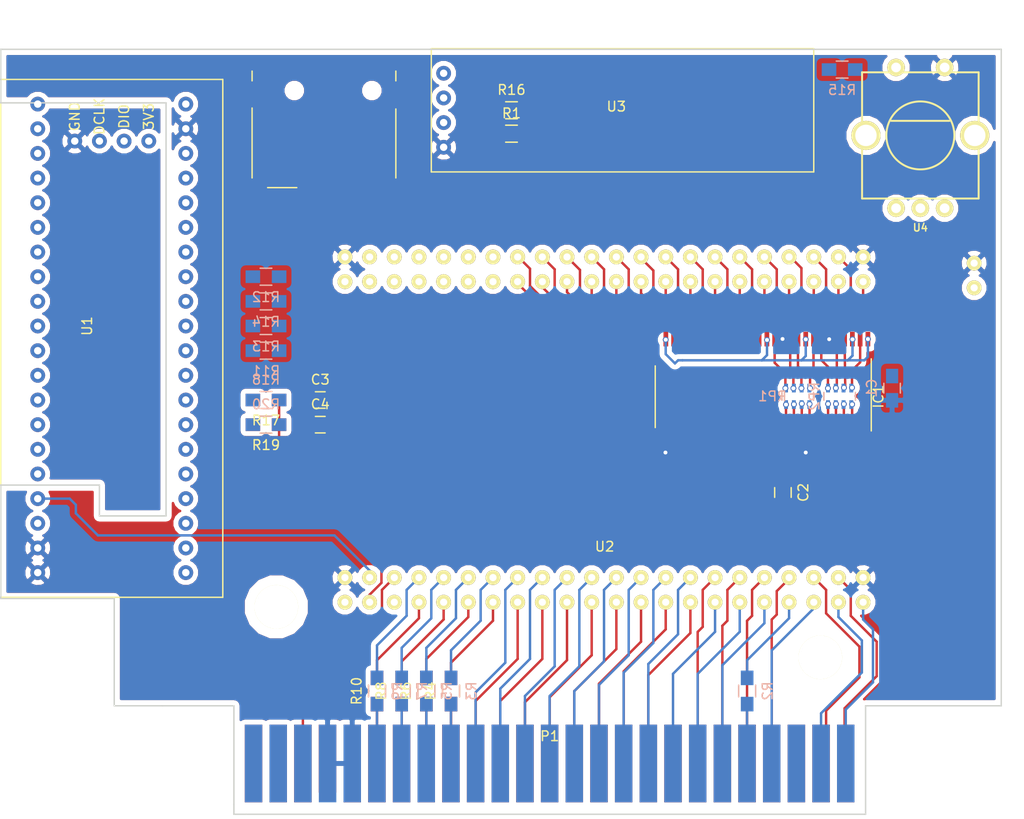
<source format=kicad_pcb>
(kicad_pcb (version 4) (host pcbnew 4.0.4-stable)
  (layers (0 F.Cu signal) (31 B.Cu signal) (34 B.Paste user) (35 F.Paste user) (36 B.SilkS user) (37 F.SilkS user) (38 B.Mask user) (39 F.Mask user) (44 Edge.Cuts user))
  (net 0 "")
  (net 1 GND)
  (net 2 "Net-(P1-Pad5)")
  (net 3 "Net-(P1-Pad6)")
  (net 4 "Net-(P1-Pad16)")
  (net 5 "Net-(P1-Pad48)")
  (net 6 "Net-(P1-Pad49)")
  (net 7 "Net-(P1-Pad50)")
  (net 8 "Net-(U1-Pad21)")
  (net 9 "Net-(U1-Pad22)")
  (net 10 "Net-(U1-Pad23)")
  (net 11 "Net-(U1-Pad24)")
  (net 12 "Net-(U1-Pad25)")
  (net 13 "Net-(U1-Pad26)")
  (net 14 "Net-(U1-Pad27)")
  (net 15 "Net-(U1-Pad28)")
  (net 16 "Net-(U1-Pad33)")
  (net 17 "Net-(U1-Pad34)")
  (net 18 "Net-(U2-Pad5)")
  (net 19 "Net-(U2-Pad88)")
  (net 20 "Net-(U1-Pad42)")
  (net 21 "Net-(U1-Pad43)")
  (net 22 "Net-(U1-Pad44)")
  (net 23 /DQ0)
  (net 24 /DQ1)
  (net 25 /DQ2)
  (net 26 /DQ3)
  (net 27 /DQ4)
  (net 28 /DQ5)
  (net 29 /DQ6)
  (net 30 /DQ7)
  (net 31 /DQML)
  (net 32 /WE)
  (net 33 /CAS)
  (net 34 /RAS)
  (net 35 /CS)
  (net 36 /BA0)
  (net 37 /BA1)
  (net 38 /A10)
  (net 39 /A0)
  (net 40 /A1)
  (net 41 /A2)
  (net 42 /A3)
  (net 43 /A4)
  (net 44 /A5)
  (net 45 /A6)
  (net 46 /A7)
  (net 47 /A8)
  (net 48 /A9)
  (net 49 /A11)
  (net 50 /CKE)
  (net 51 /CLK)
  (net 52 /DQMH)
  (net 53 /DQ8)
  (net 54 /DQ9)
  (net 55 /DQ10)
  (net 56 /DQ11)
  (net 57 /DQ12)
  (net 58 /DQ13)
  (net 59 /DQ14)
  (net 60 /DQ15)
  (net 61 /MISO_SD_)
  (net 62 "Net-(J1-Pad8)")
  (net 63 /SCK_SD_)
  (net 64 "Net-(J1-Pad1)")
  (net 65 /CS_SD_)
  (net 66 /MOSI_SD_)
  (net 67 /CS1)
  (net 68 /CS2)
  (net 69 /CS12)
  (net 70 /SLTSL)
  (net 71 /WAIT)
  (net 72 /INT)
  (net 73 /M1)
  (net 74 /BUSDIR)
  (net 75 /IORQ)
  (net 76 /MERQ)
  (net 77 /WR)
  (net 78 /RD)
  (net 79 /RESET)
  (net 80 /A15)
  (net 81 /A12)
  (net 82 /A14)
  (net 83 /A13)
  (net 84 /D1)
  (net 85 /D0)
  (net 86 /D3)
  (net 87 /D2)
  (net 88 /D5)
  (net 89 /D4)
  (net 90 /D7)
  (net 91 /D6)
  (net 92 /CLOCK)
  (net 93 /SW)
  (net 94 /CS_RAM)
  (net 95 /SCK)
  (net 96 /MISO)
  (net 97 /MOSI)
  (net 98 /TX)
  (net 99 /RX)
  (net 100 /CS_SD)
  (net 101 /SCK_SD)
  (net 102 /MISO_SD)
  (net 103 /MOSI_SD)
  (net 104 /_D6)
  (net 105 /_D7)
  (net 106 /_D4)
  (net 107 /_D5)
  (net 108 /_D2)
  (net 109 /_D3)
  (net 110 /_D0)
  (net 111 /_D1)
  (net 112 /_M1)
  (net 113 /SDL)
  (net 114 /SDA)
  (net 115 /VCC)
  (net 116 /RA10)
  (net 117 /RA0)
  (net 118 /RA1)
  (net 119 /RA2)
  (net 120 /RA3)
  (net 121 /RA4)
  (net 122 /RA5)
  (net 123 /RA6)
  (net 124 /RA7)
  (net 125 /RA8)
  (net 126 /RA9)
  (net 127 /RA11)
  (net 128 "Net-(U2-Pad1)")
  (net 129 "Net-(U4-Pad3)")
  (net 130 +3V3)
  (net 131 "Net-(U2-Pad84)")
  (net 132 "Net-(U2-Pad85)")
  (net 133 /SW1)
  (net 134 "Net-(U1-Pad29)")
  (net 135 "Net-(U1-Pad30)")
  (net 136 "Net-(U1-Pad31)")
  (net 137 "Net-(U1-Pad32)")
  (net 138 "Net-(U1-Pad35)")
  (net 139 "Net-(U1-Pad36)")
  (net 140 "Net-(C3-Pad1)")
  (net 141 "Net-(C4-Pad1)")
  (net 142 /EXT1)
  (net 143 /EXT0)
  (net 144 /RDIR)
  (net 145 /LDIR)
  (net 146 /RST)
  (net 147 +5V)
  (module msxlib:card_edge_connector (layer F.Cu) (at 146.05 105.41)
    (fp_text reference P1 (at 1.25984 0.33744) (layer F.SilkS))
    (fp_text value MSX_SLOT)
    (pad "" np_thru_hole circle (at 29.12364 -7.78256) (size 4.5 4.5) (drill 4.5) (layers *.Cu *.Mask F.SilkS) (clearance 1))
    (pad 1 connect rect (at 31.73984 3.14744) (size 1.8 8) (layers B.Cu B.Mask) (net 67 /CS1))
    (pad 2 connect rect (at 31.73984 3.14744) (size 1.8 8) (layers F.Cu F.Mask) (net 68 /CS2))
    (pad 3 connect rect (at 29.19984 3.14744) (size 1.8 8) (layers B.Cu B.Mask) (net 69 /CS12))
    (pad 4 connect rect (at 29.19984 3.14744) (size 1.8 8) (layers F.Cu F.Mask) (net 70 /SLTSL))
    (pad 5 connect rect (at 26.65984 3.14744) (size 1.8 8) (layers B.Cu B.Mask) (net 2 "Net-(P1-Pad5)"))
    (pad 6 connect rect (at 26.65984 3.14744) (size 1.8 8) (layers F.Cu F.Mask) (net 3 "Net-(P1-Pad6)"))
    (pad 7 connect rect (at 24.11984 3.14744) (size 1.8 8) (layers B.Cu B.Mask) (net 71 /WAIT))
    (pad 8 connect rect (at 24.11984 3.14744) (size 1.8 8) (layers F.Cu F.Mask) (net 72 /INT))
    (pad 9 connect rect (at 21.57984 3.14744) (size 1.8 8) (layers B.Cu B.Mask) (net 73 /M1))
    (pad 10 connect rect (at 21.57984 3.14744) (size 1.8 8) (layers F.Cu F.Mask) (net 74 /BUSDIR))
    (pad 11 connect rect (at 19.03984 3.14744) (size 1.8 8) (layers B.Cu B.Mask) (net 75 /IORQ))
    (pad 12 connect rect (at 19.03984 3.14744) (size 1.8 8) (layers F.Cu F.Mask) (net 76 /MERQ))
    (pad 13 connect rect (at 16.49984 3.14744) (size 1.8 8) (layers B.Cu B.Mask) (net 77 /WR))
    (pad 14 connect rect (at 16.49984 3.14744) (size 1.8 8) (layers F.Cu F.Mask) (net 78 /RD))
    (pad 15 connect rect (at 13.95984 3.14744) (size 1.8 8) (layers B.Cu B.Mask) (net 79 /RESET))
    (pad 16 connect rect (at 13.95984 3.14744) (size 1.8 8) (layers F.Cu F.Mask) (net 4 "Net-(P1-Pad16)"))
    (pad 17 connect rect (at 11.41984 3.14744) (size 1.8 8) (layers B.Cu B.Mask) (net 48 /A9))
    (pad 18 connect rect (at 11.41984 3.14744) (size 1.8 8) (layers F.Cu F.Mask) (net 80 /A15))
    (pad 19 connect rect (at 8.87984 3.14744) (size 1.8 8) (layers B.Cu B.Mask) (net 49 /A11))
    (pad 20 connect rect (at 8.87984 3.14744) (size 1.8 8) (layers F.Cu F.Mask) (net 38 /A10))
    (pad 21 connect rect (at 6.33984 3.14744) (size 1.8 8) (layers B.Cu B.Mask) (net 46 /A7))
    (pad 22 connect rect (at 6.33984 3.14744) (size 1.8 8) (layers F.Cu F.Mask) (net 45 /A6))
    (pad 23 connect rect (at 3.79984 3.14744) (size 1.8 8) (layers B.Cu B.Mask) (net 81 /A12))
    (pad 24 connect rect (at 3.79984 3.14744) (size 1.8 8) (layers F.Cu F.Mask) (net 47 /A8))
    (pad 25 connect rect (at 1.25984 3.14744) (size 1.8 8) (layers B.Cu B.Mask) (net 82 /A14))
    (pad 26 connect rect (at 1.25984 3.14744) (size 1.8 8) (layers F.Cu F.Mask) (net 83 /A13))
    (pad 27 connect rect (at -1.28016 3.14744) (size 1.8 8) (layers B.Cu B.Mask) (net 40 /A1))
    (pad 28 connect rect (at -1.28016 3.14744) (size 1.8 8) (layers F.Cu F.Mask) (net 39 /A0))
    (pad 29 connect rect (at -3.82016 3.14744) (size 1.8 8) (layers B.Cu B.Mask) (net 42 /A3))
    (pad 30 connect rect (at -3.82016 3.14744) (size 1.8 8) (layers F.Cu F.Mask) (net 41 /A2))
    (pad 31 connect rect (at -6.36016 3.14744) (size 1.8 8) (layers B.Cu B.Mask) (net 44 /A5))
    (pad 32 connect rect (at -6.36016 3.14744) (size 1.8 8) (layers F.Cu F.Mask) (net 43 /A4))
    (pad 33 connect rect (at -8.90016 3.14744) (size 1.8 8) (layers B.Cu B.Mask) (net 84 /D1))
    (pad 34 connect rect (at -8.90016 3.14744) (size 1.8 8) (layers F.Cu F.Mask) (net 85 /D0))
    (pad 35 connect rect (at -11.44016 3.14744) (size 1.8 8) (layers B.Cu B.Mask) (net 86 /D3))
    (pad 36 connect rect (at -11.44016 3.14744) (size 1.8 8) (layers F.Cu F.Mask) (net 87 /D2))
    (pad 37 connect rect (at -13.98016 3.14744) (size 1.8 8) (layers B.Cu B.Mask) (net 88 /D5))
    (pad 38 connect rect (at -13.98016 3.14744) (size 1.8 8) (layers F.Cu F.Mask) (net 89 /D4))
    (pad 39 connect rect (at -16.52016 3.14744) (size 1.8 8) (layers B.Cu B.Mask) (net 90 /D7))
    (pad 40 connect rect (at -16.52016 3.14744) (size 1.8 8) (layers F.Cu F.Mask) (net 91 /D6))
    (pad 41 connect rect (at -19.06016 3.14744) (size 1.8 8) (layers B.Cu B.Mask) (net 1 GND))
    (pad 42 connect rect (at -19.06016 3.14744) (size 1.8 8) (layers F.Cu F.Mask) (net 92 /CLOCK))
    (pad 43 connect rect (at -21.60016 3.14744) (size 1.8 8) (layers B.Cu B.Mask) (net 1 GND))
    (pad 44 connect rect (at -21.60524 2.65468) (size 1.8 7) (layers F.Cu F.Mask) (net 93 /SW))
    (pad 45 connect rect (at -24.14016 3.14744) (size 1.8 8) (layers B.Cu B.Mask) (net 147 +5V))
    (pad 46 connect rect (at -24.14016 3.14744) (size 1.8 8) (layers F.Cu F.Mask) (net 93 /SW))
    (pad 47 connect rect (at -26.68016 3.14744) (size 1.8 8) (layers B.Cu B.Mask) (net 147 +5V))
    (pad 48 connect rect (at -26.68016 3.14744) (size 1.8 8) (layers F.Cu F.Mask) (net 5 "Net-(P1-Pad48)"))
    (pad 49 connect rect (at -29.22016 3.14744) (size 1.8 8) (layers B.Cu B.Mask) (net 6 "Net-(P1-Pad49)"))
    (pad 50 connect rect (at -29.22016 3.14744) (size 1.8 8) (layers F.Cu F.Mask) (net 7 "Net-(P1-Pad50)"))
    (pad "" np_thru_hole circle (at -26.87574 -12.98448) (size 4.5 4.5) (drill 4.5) (layers *.Cu *.Mask F.SilkS) (clearance 1))
  )
  (module msxlib:emp270_board (layer F.Cu) (at 154.178 71.628 180)
    (fp_text reference U2 (at 1.2065 -14.5923 180) (layer F.SilkS))
    (fp_text value CPLD)
    (pad 1 thru_hole circle (at 27.94 -20.32 180) (size 1.524 1.524) (drill 0.74) (layers *.Cu *.Mask F.SilkS) (net 128 "Net-(U2-Pad1)"))
    (pad 2 thru_hole circle (at 27.94 -17.78 180) (size 1.524 1.524) (drill 0.74) (layers *.Cu *.Mask F.SilkS) (net 1 GND))
    (pad 3 thru_hole circle (at 25.4 -20.32 180) (size 1.524 1.524) (drill 0.74) (layers *.Cu *.Mask F.SilkS) (net 130 +3V3))
    (pad 4 thru_hole circle (at 25.4 -17.78 180) (size 1.524 1.524) (drill 0.74) (layers *.Cu *.Mask F.SilkS) (net 146 /RST))
    (pad 5 thru_hole circle (at 22.86 -20.32 180) (size 1.524 1.524) (drill 0.74) (layers *.Cu *.Mask F.SilkS) (net 18 "Net-(U2-Pad5)"))
    (pad 6 thru_hole circle (at 22.86 -17.78 180) (size 1.524 1.524) (drill 0.74) (layers *.Cu *.Mask F.SilkS) (net 92 /CLOCK))
    (pad 7 thru_hole circle (at 20.32 -20.32 180) (size 1.524 1.524) (drill 0.74) (layers *.Cu *.Mask F.SilkS) (net 104 /_D6))
    (pad 8 thru_hole circle (at 20.32 -17.78 180) (size 1.524 1.524) (drill 0.74) (layers *.Cu *.Mask F.SilkS) (net 105 /_D7))
    (pad 9 thru_hole circle (at 17.78 -20.32 180) (size 1.524 1.524) (drill 0.74) (layers *.Cu *.Mask F.SilkS) (net 106 /_D4))
    (pad 10 thru_hole circle (at 17.78 -17.78 180) (size 1.524 1.524) (drill 0.74) (layers *.Cu *.Mask F.SilkS) (net 107 /_D5))
    (pad 11 thru_hole circle (at 15.24 -20.32 180) (size 1.524 1.524) (drill 0.74) (layers *.Cu *.Mask F.SilkS) (net 108 /_D2))
    (pad 12 thru_hole circle (at 15.24 -17.78 180) (size 1.524 1.524) (drill 0.74) (layers *.Cu *.Mask F.SilkS) (net 109 /_D3))
    (pad 13 thru_hole circle (at 12.7 -20.32 180) (size 1.524 1.524) (drill 0.74) (layers *.Cu *.Mask F.SilkS) (net 110 /_D0))
    (pad 14 thru_hole circle (at 12.7 -17.78 180) (size 1.524 1.524) (drill 0.74) (layers *.Cu *.Mask F.SilkS) (net 111 /_D1))
    (pad 15 thru_hole circle (at 10.16 -20.32 180) (size 1.524 1.524) (drill 0.74) (layers *.Cu *.Mask F.SilkS) (net 43 /A4))
    (pad 16 thru_hole circle (at 10.16 -17.78 180) (size 1.524 1.524) (drill 0.74) (layers *.Cu *.Mask F.SilkS) (net 44 /A5))
    (pad 17 thru_hole circle (at 7.62 -20.32 180) (size 1.524 1.524) (drill 0.74) (layers *.Cu *.Mask F.SilkS) (net 41 /A2))
    (pad 18 thru_hole circle (at 7.62 -17.78 180) (size 1.524 1.524) (drill 0.74) (layers *.Cu *.Mask F.SilkS) (net 42 /A3))
    (pad 19 thru_hole circle (at 5.08 -20.32 180) (size 1.524 1.524) (drill 0.74) (layers *.Cu *.Mask F.SilkS) (net 39 /A0))
    (pad 20 thru_hole circle (at 5.08 -17.78 180) (size 1.524 1.524) (drill 0.74) (layers *.Cu *.Mask F.SilkS) (net 40 /A1))
    (pad 21 thru_hole circle (at 2.54 -20.32 180) (size 1.524 1.524) (drill 0.74) (layers *.Cu *.Mask F.SilkS) (net 83 /A13))
    (pad 22 thru_hole circle (at 2.54 -17.78 180) (size 1.524 1.524) (drill 0.74) (layers *.Cu *.Mask F.SilkS) (net 82 /A14))
    (pad 23 thru_hole circle (at 0 -20.32 180) (size 1.524 1.524) (drill 0.74) (layers *.Cu *.Mask F.SilkS) (net 47 /A8))
    (pad 24 thru_hole circle (at 0 -17.78 180) (size 1.524 1.524) (drill 0.74) (layers *.Cu *.Mask F.SilkS) (net 81 /A12))
    (pad 25 thru_hole circle (at -2.54 -20.32 180) (size 1.524 1.524) (drill 0.74) (layers *.Cu *.Mask F.SilkS) (net 45 /A6))
    (pad 26 thru_hole circle (at -2.54 -17.78 180) (size 1.524 1.524) (drill 0.74) (layers *.Cu *.Mask F.SilkS) (net 46 /A7))
    (pad 27 thru_hole circle (at -5.08 -20.32 180) (size 1.524 1.524) (drill 0.74) (layers *.Cu *.Mask F.SilkS) (net 38 /A10))
    (pad 28 thru_hole circle (at -5.08 -17.78 180) (size 1.524 1.524) (drill 0.74) (layers *.Cu *.Mask F.SilkS) (net 49 /A11))
    (pad 29 thru_hole circle (at -7.62 -20.32 180) (size 1.524 1.524) (drill 0.74) (layers *.Cu *.Mask F.SilkS) (net 80 /A15))
    (pad 30 thru_hole circle (at -7.62 -17.78 180) (size 1.524 1.524) (drill 0.74) (layers *.Cu *.Mask F.SilkS) (net 48 /A9))
    (pad 31 thru_hole circle (at -10.16 -20.32 180) (size 1.524 1.524) (drill 0.74) (layers *.Cu *.Mask F.SilkS) (net 79 /RESET))
    (pad 32 thru_hole circle (at -10.16 -17.78 180) (size 1.524 1.524) (drill 0.74) (layers *.Cu *.Mask F.SilkS) (net 78 /RD))
    (pad 33 thru_hole circle (at -12.7 -20.32 180) (size 1.524 1.524) (drill 0.74) (layers *.Cu *.Mask F.SilkS) (net 77 /WR))
    (pad 34 thru_hole circle (at -12.7 -17.78 180) (size 1.524 1.524) (drill 0.74) (layers *.Cu *.Mask F.SilkS) (net 76 /MERQ))
    (pad 35 thru_hole circle (at -15.24 -20.32 180) (size 1.524 1.524) (drill 0.74) (layers *.Cu *.Mask F.SilkS) (net 75 /IORQ))
    (pad 36 thru_hole circle (at -15.24 -17.78 180) (size 1.524 1.524) (drill 0.74) (layers *.Cu *.Mask F.SilkS) (net 74 /BUSDIR))
    (pad 37 thru_hole circle (at -17.78 -20.32 180) (size 1.524 1.524) (drill 0.74) (layers *.Cu *.Mask F.SilkS) (net 112 /_M1))
    (pad 38 thru_hole circle (at -17.78 -17.78 180) (size 1.524 1.524) (drill 0.74) (layers *.Cu *.Mask F.SilkS) (net 72 /INT))
    (pad 39 thru_hole circle (at -20.32 -20.32 180) (size 1.524 1.524) (drill 0.74) (layers *.Cu *.Mask F.SilkS) (net 71 /WAIT))
    (pad 40 thru_hole circle (at -20.32 -17.78 180) (size 1.524 1.524) (drill 0.74) (layers *.Cu *.Mask F.SilkS) (net 70 /SLTSL))
    (pad 41 thru_hole circle (at -22.86 -20.32 180) (size 1.524 1.524) (drill 0.74) (layers *.Cu *.Mask F.SilkS) (net 69 /CS12))
    (pad 42 thru_hole circle (at -22.86 -17.78 180) (size 1.524 1.524) (drill 0.74) (layers *.Cu *.Mask F.SilkS) (net 68 /CS2))
    (pad 43 thru_hole circle (at -25.4 -20.32 180) (size 1.524 1.524) (drill 0.74) (layers *.Cu *.Mask F.SilkS) (net 67 /CS1))
    (pad 44 thru_hole circle (at -25.4 -17.78 180) (size 1.524 1.524) (drill 0.74) (layers *.Cu *.Mask F.SilkS) (net 1 GND))
    (pad 45 thru_hole circle (at -25.4 15.24 180) (size 1.524 1.524) (drill 0.74) (layers *.Cu *.Mask F.SilkS) (net 1 GND))
    (pad 46 thru_hole circle (at -25.4 12.7 180) (size 1.524 1.524) (drill 0.74) (layers *.Cu *.Mask F.SilkS) (net 23 /DQ0))
    (pad 47 thru_hole circle (at -22.86 15.24 180) (size 1.524 1.524) (drill 0.74) (layers *.Cu *.Mask F.SilkS) (net 24 /DQ1))
    (pad 48 thru_hole circle (at -22.86 12.7 180) (size 1.524 1.524) (drill 0.74) (layers *.Cu *.Mask F.SilkS) (net 25 /DQ2))
    (pad 49 thru_hole circle (at -20.32 15.24 180) (size 1.524 1.524) (drill 0.74) (layers *.Cu *.Mask F.SilkS) (net 26 /DQ3))
    (pad 50 thru_hole circle (at -20.32 12.7 180) (size 1.524 1.524) (drill 0.74) (layers *.Cu *.Mask F.SilkS) (net 27 /DQ4))
    (pad 51 thru_hole circle (at -17.78 15.24 180) (size 1.524 1.524) (drill 0.74) (layers *.Cu *.Mask F.SilkS) (net 28 /DQ5))
    (pad 52 thru_hole circle (at -17.78 12.7 180) (size 1.524 1.524) (drill 0.74) (layers *.Cu *.Mask F.SilkS) (net 29 /DQ6))
    (pad 53 thru_hole circle (at -15.24 15.24 180) (size 1.524 1.524) (drill 0.74) (layers *.Cu *.Mask F.SilkS) (net 30 /DQ7))
    (pad 54 thru_hole circle (at -15.24 12.7 180) (size 1.524 1.524) (drill 0.74) (layers *.Cu *.Mask F.SilkS) (net 31 /DQML))
    (pad 55 thru_hole circle (at -12.7 15.24 180) (size 1.524 1.524) (drill 0.74) (layers *.Cu *.Mask F.SilkS) (net 32 /WE))
    (pad 56 thru_hole circle (at -12.7 12.7 180) (size 1.524 1.524) (drill 0.74) (layers *.Cu *.Mask F.SilkS) (net 33 /CAS))
    (pad 57 thru_hole circle (at -10.16 15.24 180) (size 1.524 1.524) (drill 0.74) (layers *.Cu *.Mask F.SilkS) (net 34 /RAS))
    (pad 58 thru_hole circle (at -10.16 12.7 180) (size 1.524 1.524) (drill 0.74) (layers *.Cu *.Mask F.SilkS) (net 36 /BA0))
    (pad 59 thru_hole circle (at -7.62 15.24 180) (size 1.524 1.524) (drill 0.74) (layers *.Cu *.Mask F.SilkS) (net 37 /BA1))
    (pad 60 thru_hole circle (at -7.62 12.7 180) (size 1.524 1.524) (drill 0.74) (layers *.Cu *.Mask F.SilkS) (net 116 /RA10))
    (pad 61 thru_hole circle (at -5.08 15.24 180) (size 1.524 1.524) (drill 0.74) (layers *.Cu *.Mask F.SilkS) (net 117 /RA0))
    (pad 62 thru_hole circle (at -5.08 12.7 180) (size 1.524 1.524) (drill 0.74) (layers *.Cu *.Mask F.SilkS) (net 118 /RA1))
    (pad 63 thru_hole circle (at -2.54 15.24 180) (size 1.524 1.524) (drill 0.74) (layers *.Cu *.Mask F.SilkS) (net 119 /RA2))
    (pad 64 thru_hole circle (at -2.54 12.7 180) (size 1.524 1.524) (drill 0.74) (layers *.Cu *.Mask F.SilkS) (net 120 /RA3))
    (pad 65 thru_hole circle (at 0 15.24 180) (size 1.524 1.524) (drill 0.74) (layers *.Cu *.Mask F.SilkS) (net 121 /RA4))
    (pad 66 thru_hole circle (at 0 12.7 180) (size 1.524 1.524) (drill 0.74) (layers *.Cu *.Mask F.SilkS) (net 122 /RA5))
    (pad 67 thru_hole circle (at 2.54 15.24 180) (size 1.524 1.524) (drill 0.74) (layers *.Cu *.Mask F.SilkS) (net 123 /RA6))
    (pad 68 thru_hole circle (at 2.54 12.7 180) (size 1.524 1.524) (drill 0.74) (layers *.Cu *.Mask F.SilkS) (net 124 /RA7))
    (pad 69 thru_hole circle (at 5.08 15.24 180) (size 1.524 1.524) (drill 0.74) (layers *.Cu *.Mask F.SilkS) (net 125 /RA8))
    (pad 70 thru_hole circle (at 5.08 12.7 180) (size 1.524 1.524) (drill 0.74) (layers *.Cu *.Mask F.SilkS) (net 126 /RA9))
    (pad 71 thru_hole circle (at 7.62 15.24 180) (size 1.524 1.524) (drill 0.74) (layers *.Cu *.Mask F.SilkS) (net 127 /RA11))
    (pad 72 thru_hole circle (at 7.62 12.7 180) (size 1.524 1.524) (drill 0.74) (layers *.Cu *.Mask F.SilkS) (net 50 /CKE))
    (pad 73 thru_hole circle (at 10.16 15.24 180) (size 1.524 1.524) (drill 0.74) (layers *.Cu *.Mask F.SilkS) (net 51 /CLK))
    (pad 74 thru_hole circle (at 10.16 12.7 180) (size 1.524 1.524) (drill 0.74) (layers *.Cu *.Mask F.SilkS) (net 52 /DQMH))
    (pad 75 thru_hole circle (at 12.7 15.24 180) (size 1.524 1.524) (drill 0.74) (layers *.Cu *.Mask F.SilkS) (net 35 /CS))
    (pad 76 thru_hole circle (at 12.7 12.7 180) (size 1.524 1.524) (drill 0.74) (layers *.Cu *.Mask F.SilkS) (net 94 /CS_RAM))
    (pad 77 thru_hole circle (at 15.24 15.24 180) (size 1.524 1.524) (drill 0.74) (layers *.Cu *.Mask F.SilkS) (net 95 /SCK))
    (pad 78 thru_hole circle (at 15.24 12.7 180) (size 1.524 1.524) (drill 0.74) (layers *.Cu *.Mask F.SilkS) (net 96 /MISO))
    (pad 79 thru_hole circle (at 17.78 15.24 180) (size 1.524 1.524) (drill 0.74) (layers *.Cu *.Mask F.SilkS) (net 97 /MOSI))
    (pad 80 thru_hole circle (at 17.78 12.7 180) (size 1.524 1.524) (drill 0.74) (layers *.Cu *.Mask F.SilkS) (net 99 /RX))
    (pad 81 thru_hole circle (at 20.32 15.24 180) (size 1.524 1.524) (drill 0.74) (layers *.Cu *.Mask F.SilkS) (net 98 /TX))
    (pad 82 thru_hole circle (at 20.32 12.7 180) (size 1.524 1.524) (drill 0.74) (layers *.Cu *.Mask F.SilkS) (net 143 /EXT0))
    (pad 83 thru_hole circle (at 22.86 15.24 180) (size 1.524 1.524) (drill 0.74) (layers *.Cu *.Mask F.SilkS) (net 142 /EXT1))
    (pad 84 thru_hole circle (at 22.86 12.7 180) (size 1.524 1.524) (drill 0.74) (layers *.Cu *.Mask F.SilkS) (net 131 "Net-(U2-Pad84)"))
    (pad 85 thru_hole circle (at 25.4 15.24 180) (size 1.524 1.524) (drill 0.74) (layers *.Cu *.Mask F.SilkS) (net 132 "Net-(U2-Pad85)"))
    (pad 86 thru_hole circle (at 25.4 12.7 180) (size 1.524 1.524) (drill 0.74) (layers *.Cu *.Mask F.SilkS) (net 130 +3V3))
    (pad 87 thru_hole circle (at 27.94 15.24 180) (size 1.524 1.524) (drill 0.74) (layers *.Cu *.Mask F.SilkS) (net 1 GND))
    (pad 88 thru_hole circle (at 27.94 12.7 180) (size 1.524 1.524) (drill 0.74) (layers *.Cu *.Mask F.SilkS) (net 19 "Net-(U2-Pad88)"))
    (pad 90 thru_hole circle (at -36.83 14.605 180) (size 1.524 1.524) (drill 0.74) (layers *.Cu *.Mask F.SilkS) (net 1 GND))
    (pad 89 thru_hole circle (at -36.83 12.065 180) (size 1.524 1.524) (drill 0.74) (layers *.Cu *.Mask F.SilkS) (net 147 +5V))
  )
  (module msxlib:STM32F103 (layer F.Cu) (at 113.665 91.44 90)
    (fp_text reference U1 (at 27.94 -13.97 90) (layer F.SilkS))
    (fp_text value STM32F103)
    (fp_text user 3V3 (at 49.53 -7.62 90) (layer F.SilkS))
    (fp_text user DIO (at 49.53 -10.16 90) (layer F.SilkS))
    (fp_text user DCLK (at 49.53 -12.7 90) (layer F.SilkS))
    (fp_text user GND (at 49.53 -15.24 90) (layer F.SilkS))
    (pad 1 thru_hole circle (at 2.54 -3.81 90) (size 1.524 1.524) (drill 0.762) (layers *.Cu *.Mask) (net 94 /CS_RAM))
    (pad 2 thru_hole circle (at 5.08 -3.81 90) (size 1.524 1.524) (drill 0.762) (layers *.Cu *.Mask) (net 95 /SCK))
    (pad 3 thru_hole circle (at 7.62 -3.81 90) (size 1.524 1.524) (drill 0.762) (layers *.Cu *.Mask) (net 96 /MISO))
    (pad 4 thru_hole circle (at 10.16 -3.81 90) (size 1.524 1.524) (drill 0.762) (layers *.Cu *.Mask) (net 97 /MOSI))
    (pad 5 thru_hole circle (at 12.7 -3.81 90) (size 1.524 1.524) (drill 0.762) (layers *.Cu *.Mask) (net 142 /EXT1))
    (pad 6 thru_hole circle (at 15.24 -3.81 90) (size 1.524 1.524) (drill 0.762) (layers *.Cu *.Mask) (net 143 /EXT0))
    (pad 7 thru_hole circle (at 17.78 -3.81 90) (size 1.524 1.524) (drill 0.762) (layers *.Cu *.Mask) (net 144 /RDIR))
    (pad 8 thru_hole circle (at 20.32 -3.81 90) (size 1.524 1.524) (drill 0.762) (layers *.Cu *.Mask) (net 145 /LDIR))
    (pad 9 thru_hole circle (at 22.86 -3.81 90) (size 1.524 1.524) (drill 0.762) (layers *.Cu *.Mask) (net 133 /SW1))
    (pad 10 thru_hole circle (at 25.4 -3.81 90) (size 1.524 1.524) (drill 0.762) (layers *.Cu *.Mask) (net 100 /CS_SD))
    (pad 11 thru_hole circle (at 27.94 -3.81 90) (size 1.524 1.524) (drill 0.762) (layers *.Cu *.Mask) (net 101 /SCK_SD))
    (pad 12 thru_hole circle (at 30.48 -3.81 90) (size 1.524 1.524) (drill 0.762) (layers *.Cu *.Mask) (net 102 /MISO_SD))
    (pad 13 thru_hole circle (at 33.02 -3.81 90) (size 1.524 1.524) (drill 0.762) (layers *.Cu *.Mask) (net 103 /MOSI_SD))
    (pad 14 thru_hole circle (at 35.56 -3.81 90) (size 1.524 1.524) (drill 0.762) (layers *.Cu *.Mask) (net 98 /TX))
    (pad 15 thru_hole circle (at 38.1 -3.81 90) (size 1.524 1.524) (drill 0.762) (layers *.Cu *.Mask) (net 99 /RX))
    (pad 16 thru_hole circle (at 40.64 -3.81 90) (size 1.524 1.524) (drill 0.762) (layers *.Cu *.Mask) (net 114 /SDA))
    (pad 17 thru_hole circle (at 43.18 -3.81 90) (size 1.524 1.524) (drill 0.762) (layers *.Cu *.Mask) (net 113 /SDL))
    (pad 18 thru_hole circle (at 45.72 -3.81 90) (size 1.524 1.524) (drill 0.762) (layers *.Cu *.Mask) (net 147 +5V))
    (pad 19 thru_hole circle (at 48.26 -3.81 90) (size 1.524 1.524) (drill 0.762) (layers *.Cu *.Mask) (net 1 GND))
    (pad 20 thru_hole circle (at 50.8 -3.81 90) (size 1.524 1.524) (drill 0.762) (layers *.Cu *.Mask) (net 130 +3V3))
    (pad 21 thru_hole circle (at 50.8 -19.05 90) (size 1.524 1.524) (drill 0.762) (layers *.Cu *.Mask) (net 8 "Net-(U1-Pad21)"))
    (pad 22 thru_hole circle (at 48.26 -19.05 90) (size 1.524 1.524) (drill 0.762) (layers *.Cu *.Mask) (net 9 "Net-(U1-Pad22)"))
    (pad 23 thru_hole circle (at 45.72 -19.05 90) (size 1.524 1.524) (drill 0.762) (layers *.Cu *.Mask) (net 10 "Net-(U1-Pad23)"))
    (pad 24 thru_hole circle (at 43.18 -19.05 90) (size 1.524 1.524) (drill 0.762) (layers *.Cu *.Mask) (net 11 "Net-(U1-Pad24)"))
    (pad 25 thru_hole circle (at 40.64 -19.05 90) (size 1.524 1.524) (drill 0.762) (layers *.Cu *.Mask) (net 12 "Net-(U1-Pad25)"))
    (pad 26 thru_hole circle (at 38.1 -19.05 90) (size 1.524 1.524) (drill 0.762) (layers *.Cu *.Mask) (net 13 "Net-(U1-Pad26)"))
    (pad 27 thru_hole circle (at 35.56 -19.05 90) (size 1.524 1.524) (drill 0.762) (layers *.Cu *.Mask) (net 14 "Net-(U1-Pad27)"))
    (pad 28 thru_hole circle (at 33.02 -19.05 90) (size 1.524 1.524) (drill 0.762) (layers *.Cu *.Mask) (net 15 "Net-(U1-Pad28)"))
    (pad 29 thru_hole circle (at 30.48 -19.05 90) (size 1.524 1.524) (drill 0.762) (layers *.Cu *.Mask) (net 134 "Net-(U1-Pad29)"))
    (pad 30 thru_hole circle (at 27.94 -19.05 90) (size 1.524 1.524) (drill 0.762) (layers *.Cu *.Mask) (net 135 "Net-(U1-Pad30)"))
    (pad 31 thru_hole circle (at 25.4 -19.05 90) (size 1.524 1.524) (drill 0.762) (layers *.Cu *.Mask) (net 136 "Net-(U1-Pad31)"))
    (pad 32 thru_hole circle (at 22.86 -19.05 90) (size 1.524 1.524) (drill 0.762) (layers *.Cu *.Mask) (net 137 "Net-(U1-Pad32)"))
    (pad 33 thru_hole circle (at 20.32 -19.05 90) (size 1.524 1.524) (drill 0.762) (layers *.Cu *.Mask) (net 16 "Net-(U1-Pad33)"))
    (pad 34 thru_hole circle (at 17.78 -19.05 90) (size 1.524 1.524) (drill 0.762) (layers *.Cu *.Mask) (net 17 "Net-(U1-Pad34)"))
    (pad 35 thru_hole circle (at 15.24 -19.05 90) (size 1.524 1.524) (drill 0.762) (layers *.Cu *.Mask) (net 138 "Net-(U1-Pad35)"))
    (pad 36 thru_hole circle (at 12.7 -19.05 90) (size 1.524 1.524) (drill 0.762) (layers *.Cu *.Mask) (net 139 "Net-(U1-Pad36)"))
    (pad 37 thru_hole circle (at 10.16 -19.05 90) (size 1.524 1.524) (drill 0.762) (layers *.Cu *.Mask) (net 146 /RST))
    (pad 38 thru_hole circle (at 7.62 -19.05 90) (size 1.524 1.524) (drill 0.762) (layers *.Cu *.Mask) (net 130 +3V3))
    (pad 39 thru_hole circle (at 5.08 -19.05 90) (size 1.524 1.524) (drill 0.762) (layers *.Cu *.Mask) (net 1 GND))
    (pad 40 thru_hole circle (at 2.54 -19.05 90) (size 1.524 1.524) (drill 0.762) (layers *.Cu *.Mask) (net 1 GND))
    (pad 41 thru_hole circle (at 46.99 -15.24 90) (size 1.524 1.524) (drill 0.762) (layers *.Cu *.Mask) (net 1 GND))
    (pad 42 thru_hole circle (at 46.99 -12.7 90) (size 1.524 1.524) (drill 0.762) (layers *.Cu *.Mask) (net 20 "Net-(U1-Pad42)"))
    (pad 43 thru_hole circle (at 46.99 -10.16 90) (size 1.524 1.524) (drill 0.762) (layers *.Cu *.Mask) (net 21 "Net-(U1-Pad43)"))
    (pad 44 thru_hole circle (at 46.99 -7.62 90) (size 1.524 1.524) (drill 0.762) (layers *.Cu *.Mask) (net 22 "Net-(U1-Pad44)"))
  )
  (module msxlib:Conn_uSDcard (layer F.Cu) (at 124.079 39.243 180)
    (fp_text reference J1)
    (fp_text value MicroSD hide)
    (pad 6 smd rect (at 7.75 -0.4 180) (size 1.2 2.2) (layers F.Cu F.Paste F.Mask) (net 1 GND))
    (pad 6 smd rect (at -7.75 -0.4 180) (size 1.2 2.2) (layers F.Cu F.Paste F.Mask) (net 1 GND))
    (pad 6 smd rect (at 6.85 -10 180) (size 1.6 1.4) (layers F.Cu F.Paste F.Mask) (net 1 GND))
    (pad 6 smd rect (at -7.75 -10 180) (size 1.2 1.4) (layers F.Cu F.Paste F.Mask) (net 1 GND))
    (pad 9 smd rect (at -6.6 -10.5 180) (size 0.7 1.6) (layers F.Cu F.Paste F.Mask))
    (pad 7 smd rect (at -4.4 -10.5 180) (size 0.7 1.6) (layers F.Cu F.Paste F.Mask) (net 61 /MISO_SD_))
    (pad 8 smd rect (at -5.5 -10.5 180) (size 0.7 1.6) (layers F.Cu F.Paste F.Mask) (net 62 "Net-(J1-Pad8)"))
    (pad 6 smd rect (at -3.3 -10.5 180) (size 0.7 1.6) (layers F.Cu F.Paste F.Mask) (net 1 GND))
    (pad 5 smd rect (at -2.2 -10.5 180) (size 0.7 1.6) (layers F.Cu F.Paste F.Mask) (net 63 /SCK_SD_))
    (pad 4 smd rect (at -1.1 -10.5 180) (size 0.7 1.6) (layers F.Cu F.Paste F.Mask) (net 130 +3V3))
    (pad 1 smd rect (at 2.2 -10.5 180) (size 0.7 1.6) (layers F.Cu F.Paste F.Mask) (net 64 "Net-(J1-Pad1)"))
    (pad 2 smd rect (at 1.1 -10.5 180) (size 0.7 1.6) (layers F.Cu F.Paste F.Mask) (net 65 /CS_SD_))
    (pad "" np_thru_hole circle (at 3.05 0 180) (size 1 1) (drill 1) (layers *.Cu))
    (pad "" np_thru_hole circle (at -4.93 0 180) (size 1 1) (drill 1) (layers *.Cu))
    (pad 3 smd rect (at 0 -10.5 180) (size 0.7 1.6) (layers F.Cu F.Paste F.Mask) (net 66 /MOSI_SD_))
  )
  (module msxlib:OLED128x32 (layer F.Cu) (at 154.178 41.275)
    (fp_text reference U3 (at 0 -0.381) (layer F.SilkS))
    (fp_text value OLED128x32)
    (pad 1 thru_hole circle (at -17.78 -3.81) (size 1.524 1.524) (drill 0.762) (layers *.Cu *.Mask) (net 113 /SDL))
    (pad 2 thru_hole circle (at -17.78 -1.27) (size 1.524 1.524) (drill 0.762) (layers *.Cu *.Mask) (net 114 /SDA))
    (pad 3 thru_hole circle (at -17.78 1.27) (size 1.524 1.524) (drill 0.762) (layers *.Cu *.Mask) (net 115 /VCC))
    (pad 4 thru_hole circle (at -17.78 3.81) (size 1.524 1.524) (drill 0.762) (layers *.Cu *.Mask) (net 1 GND))
  )
  (module Resistors_SMD:R_0805_HandSoldering (layer B.Cu) (at 167.64 101.092 90)
    (fp_text reference R2 (at 0 2.1 90) (layer B.SilkS) (effects (justify mirror)))
    (fp_text value R)
    (pad 1 smd rect (at -1.35 0 90) (size 1.5 1.3) (layers B.Cu B.Paste B.Mask) (net 73 /M1))
    (pad 2 smd rect (at 1.35 0 90) (size 1.5 1.3) (layers B.Cu B.Paste B.Mask) (net 112 /_M1))
  )
  (module Resistors_SMD:R_0805_HandSoldering (layer B.Cu) (at 137.16 101.092 90)
    (fp_text reference R3 (at 0 2.1 90) (layer B.SilkS) (effects (justify mirror)))
    (fp_text value R)
    (pad 1 smd rect (at -1.35 0 90) (size 1.5 1.3) (layers B.Cu B.Paste B.Mask) (net 84 /D1))
    (pad 2 smd rect (at 1.35 0 90) (size 1.5 1.3) (layers B.Cu B.Paste B.Mask) (net 111 /_D1))
  )
  (module Resistors_SMD:R_0805_HandSoldering (layer F.Cu) (at 137.16 101.092 90)
    (fp_text reference R4 (at 0 -2.1 90) (layer F.SilkS))
    (fp_text value R)
    (pad 1 smd rect (at -1.35 0 90) (size 1.5 1.3) (layers F.Cu F.Paste F.Mask) (net 85 /D0))
    (pad 2 smd rect (at 1.35 0 90) (size 1.5 1.3) (layers F.Cu F.Paste F.Mask) (net 110 /_D0))
  )
  (module Resistors_SMD:R_0805_HandSoldering (layer B.Cu) (at 134.62 101.092 90)
    (fp_text reference R5 (at 0 2.1 90) (layer B.SilkS) (effects (justify mirror)))
    (fp_text value R)
    (pad 1 smd rect (at -1.35 0 90) (size 1.5 1.3) (layers B.Cu B.Paste B.Mask) (net 86 /D3))
    (pad 2 smd rect (at 1.35 0 90) (size 1.5 1.3) (layers B.Cu B.Paste B.Mask) (net 109 /_D3))
  )
  (module Resistors_SMD:R_0805_HandSoldering (layer F.Cu) (at 134.62 101.092 90)
    (fp_text reference R6 (at 0 -2.1 90) (layer F.SilkS))
    (fp_text value R)
    (pad 1 smd rect (at -1.35 0 90) (size 1.5 1.3) (layers F.Cu F.Paste F.Mask) (net 87 /D2))
    (pad 2 smd rect (at 1.35 0 90) (size 1.5 1.3) (layers F.Cu F.Paste F.Mask) (net 108 /_D2))
  )
  (module Resistors_SMD:R_0805_HandSoldering (layer B.Cu) (at 132.08 101.092 90)
    (fp_text reference R7 (at 0 2.1 90) (layer B.SilkS) (effects (justify mirror)))
    (fp_text value R)
    (pad 1 smd rect (at -1.35 0 90) (size 1.5 1.3) (layers B.Cu B.Paste B.Mask) (net 88 /D5))
    (pad 2 smd rect (at 1.35 0 90) (size 1.5 1.3) (layers B.Cu B.Paste B.Mask) (net 107 /_D5))
  )
  (module Resistors_SMD:R_0805_HandSoldering (layer F.Cu) (at 132.08 101.092 90)
    (fp_text reference R8 (at 0 -2.1 90) (layer F.SilkS))
    (fp_text value R)
    (pad 1 smd rect (at -1.35 0 90) (size 1.5 1.3) (layers F.Cu F.Paste F.Mask) (net 89 /D4))
    (pad 2 smd rect (at 1.35 0 90) (size 1.5 1.3) (layers F.Cu F.Paste F.Mask) (net 106 /_D4))
  )
  (module Resistors_SMD:R_0805_HandSoldering (layer B.Cu) (at 129.54 101.092 90)
    (fp_text reference R9 (at 0 2.1 90) (layer B.SilkS) (effects (justify mirror)))
    (fp_text value R)
    (pad 1 smd rect (at -1.35 0 90) (size 1.5 1.3) (layers B.Cu B.Paste B.Mask) (net 90 /D7))
    (pad 2 smd rect (at 1.35 0 90) (size 1.5 1.3) (layers B.Cu B.Paste B.Mask) (net 105 /_D7))
  )
  (module Resistors_SMD:R_0805_HandSoldering (layer F.Cu) (at 129.54 101.092 90)
    (fp_text reference R10 (at 0 -2.1 90) (layer F.SilkS))
    (fp_text value R)
    (pad 1 smd rect (at -1.35 0 90) (size 1.5 1.3) (layers F.Cu F.Paste F.Mask) (net 91 /D6))
    (pad 2 smd rect (at 1.35 0 90) (size 1.5 1.3) (layers F.Cu F.Paste F.Mask) (net 104 /_D6))
  )
  (module Resistors_SMD:R_0805_HandSoldering (layer B.Cu) (at 118.11 66.04)
    (fp_text reference R11 (at 0 2.1) (layer B.SilkS) (effects (justify mirror)))
    (fp_text value R)
    (pad 1 smd rect (at -1.35 0) (size 1.5 1.3) (layers B.Cu B.Paste B.Mask) (net 100 /CS_SD))
    (pad 2 smd rect (at 1.35 0) (size 1.5 1.3) (layers B.Cu B.Paste B.Mask) (net 65 /CS_SD_))
  )
  (module Resistors_SMD:R_0805_HandSoldering (layer B.Cu) (at 118.11 58.42)
    (fp_text reference R12 (at 0 2.1) (layer B.SilkS) (effects (justify mirror)))
    (fp_text value R)
    (pad 1 smd rect (at -1.35 0) (size 1.5 1.3) (layers B.Cu B.Paste B.Mask) (net 103 /MOSI_SD))
    (pad 2 smd rect (at 1.35 0) (size 1.5 1.3) (layers B.Cu B.Paste B.Mask) (net 66 /MOSI_SD_))
  )
  (module Resistors_SMD:R_0805_HandSoldering (layer B.Cu) (at 118.11 63.5)
    (fp_text reference R13 (at 0 2.1) (layer B.SilkS) (effects (justify mirror)))
    (fp_text value R)
    (pad 1 smd rect (at -1.35 0) (size 1.5 1.3) (layers B.Cu B.Paste B.Mask) (net 101 /SCK_SD))
    (pad 2 smd rect (at 1.35 0) (size 1.5 1.3) (layers B.Cu B.Paste B.Mask) (net 63 /SCK_SD_))
  )
  (module Resistors_SMD:R_0805_HandSoldering (layer B.Cu) (at 118.11 60.96)
    (fp_text reference R14 (at 0 2.1) (layer B.SilkS) (effects (justify mirror)))
    (fp_text value R)
    (pad 1 smd rect (at -1.35 0) (size 1.5 1.3) (layers B.Cu B.Paste B.Mask) (net 102 /MISO_SD))
    (pad 2 smd rect (at 1.35 0) (size 1.5 1.3) (layers B.Cu B.Paste B.Mask) (net 61 /MISO_SD_))
  )
  (module msxlib:R_Array_Concave_4x0603_Handsoldering (layer B.Cu) (at 172.847 70.739 270)
    (fp_text reference RP1 (at 0 2.6 360) (layer B.SilkS) (effects (justify mirror)))
    (fp_text value R_PACK4)
    (pad 2 smd rect (at -0.85 0.4 270) (size 0.9 0.4) (layers B.Cu B.Paste B.Mask) (net 29 /DQ6))
    (pad 3 smd rect (at -0.85 -0.4 270) (size 0.9 0.4) (layers B.Cu B.Paste B.Mask) (net 28 /DQ5))
    (pad 1 smd rect (at -0.85 1.2 270) (size 0.9 0.4) (layers B.Cu B.Paste B.Mask) (net 30 /DQ7))
    (pad 4 smd rect (at -0.85 -1.2 270) (size 0.9 0.4) (layers B.Cu B.Paste B.Mask) (net 27 /DQ4))
    (pad 8 smd rect (at 0.85 1.2 270) (size 0.9 0.4) (layers B.Cu B.Paste B.Mask) (net 53 /DQ8))
    (pad 7 smd rect (at 0.85 0.4 270) (size 0.9 0.4) (layers B.Cu B.Paste B.Mask) (net 54 /DQ9))
    (pad 6 smd rect (at 0.85 -0.4 270) (size 0.9 0.4) (layers B.Cu B.Paste B.Mask) (net 55 /DQ10))
    (pad 5 smd rect (at 0.85 -1.2 270) (size 0.9 0.4) (layers B.Cu B.Paste B.Mask) (net 56 /DQ11))
  )
  (module msxlib:R_Array_Concave_4x0603_Handsoldering (layer B.Cu) (at 177.165 70.739 270)
    (fp_text reference RP2 (at 0 2.6 270) (layer B.SilkS) (effects (justify mirror)))
    (fp_text value R_PACK4)
    (pad 2 smd rect (at -0.85 0.4 270) (size 0.9 0.4) (layers B.Cu B.Paste B.Mask) (net 25 /DQ2))
    (pad 3 smd rect (at -0.85 -0.4 270) (size 0.9 0.4) (layers B.Cu B.Paste B.Mask) (net 24 /DQ1))
    (pad 1 smd rect (at -0.85 1.2 270) (size 0.9 0.4) (layers B.Cu B.Paste B.Mask) (net 26 /DQ3))
    (pad 4 smd rect (at -0.85 -1.2 270) (size 0.9 0.4) (layers B.Cu B.Paste B.Mask) (net 23 /DQ0))
    (pad 8 smd rect (at 0.85 1.2 270) (size 0.9 0.4) (layers B.Cu B.Paste B.Mask) (net 57 /DQ12))
    (pad 7 smd rect (at 0.85 0.4 270) (size 0.9 0.4) (layers B.Cu B.Paste B.Mask) (net 58 /DQ13))
    (pad 6 smd rect (at 0.85 -0.4 270) (size 0.9 0.4) (layers B.Cu B.Paste B.Mask) (net 59 /DQ14))
    (pad 5 smd rect (at 0.85 -1.2 270) (size 0.9 0.4) (layers B.Cu B.Paste B.Mask) (net 60 /DQ15))
  )
  (module msxlib:SF-ROTARY-ENCODER (layer F.Cu) (at 185.4708 43.8658)
    (fp_text reference U4 (at 0 9.5) (layer F.SilkS) (effects (font (size 0.762 0.762) (thickness 0.1524))))
    (fp_text value RotaryEncoder hide)
    (pad 1 thru_hole circle (at -2.5 -7) (size 1.8 1.8) (drill 1) (layers *.Cu *.Mask F.SilkS) (net 133 /SW1))
    (pad 2 thru_hole circle (at -2.5 7.5) (size 1.8 1.8) (drill 1) (layers *.Cu *.Mask F.SilkS) (net 145 /LDIR))
    (pad 3 thru_hole circle (at 0 7.5) (size 1.8 1.8) (drill 1) (layers *.Cu *.Mask F.SilkS) (net 129 "Net-(U4-Pad3)"))
    (pad 4 thru_hole circle (at 2.5 7.5) (size 1.8 1.8) (drill 1) (layers *.Cu *.Mask F.SilkS) (net 144 /RDIR))
    (pad 5 thru_hole circle (at 2.5 -7) (size 1.8 1.8) (drill 1) (layers *.Cu *.Mask F.SilkS) (net 1 GND))
    (pad "" thru_hole circle (at 5.6 0) (size 3 3) (drill 2.2) (layers *.Cu *.Mask F.SilkS))
    (pad "" thru_hole circle (at -5.6 0) (size 3 3) (drill 2.2) (layers *.Cu *.Mask F.SilkS))
  )
  (module msxlib:TSOP-II_54_11.7x22.3mm_Pitch0.8mm (layer F.Cu) (at 169.672 70.739 270)
    (fp_text reference IC1 (at 0.0254 -11.48588 270) (layer F.SilkS))
    (fp_text value MT48LC4M16A2TG)
    (pad 1 smd rect (at -5.89342 -10.40046 270) (size 1.51 0.485) (layers F.Cu F.Paste F.Mask) (net 130 +3V3))
    (pad 2 smd rect (at -5.89342 -9.60046 270) (size 1.51 0.485) (layers F.Cu F.Paste F.Mask) (net 23 /DQ0))
    (pad 3 smd rect (at -5.89342 -8.80046 270) (size 1.51 0.485) (layers F.Cu F.Paste F.Mask) (net 130 +3V3))
    (pad 4 smd rect (at -5.89342 -8.00046 270) (size 1.51 0.485) (layers F.Cu F.Paste F.Mask) (net 24 /DQ1))
    (pad 5 smd rect (at -5.89342 -7.20046 270) (size 1.51 0.485) (layers F.Cu F.Paste F.Mask) (net 25 /DQ2))
    (pad 6 smd rect (at -5.89342 -6.40046 270) (size 1.51 0.485) (layers F.Cu F.Paste F.Mask) (net 1 GND))
    (pad 7 smd rect (at -5.89342 -5.60046 270) (size 1.51 0.485) (layers F.Cu F.Paste F.Mask) (net 26 /DQ3))
    (pad 8 smd rect (at -5.89342 -4.80046 270) (size 1.51 0.485) (layers F.Cu F.Paste F.Mask) (net 27 /DQ4))
    (pad 9 smd rect (at -5.89342 -4.00046 270) (size 1.51 0.485) (layers F.Cu F.Paste F.Mask) (net 130 +3V3))
    (pad 10 smd rect (at -5.89342 -3.20046 270) (size 1.51 0.485) (layers F.Cu F.Paste F.Mask) (net 28 /DQ5))
    (pad 11 smd rect (at -5.89342 -2.40046 270) (size 1.51 0.485) (layers F.Cu F.Paste F.Mask) (net 29 /DQ6))
    (pad 12 smd rect (at -5.89342 -1.60046 270) (size 1.51 0.485) (layers F.Cu F.Paste F.Mask) (net 1 GND))
    (pad 13 smd rect (at -5.89342 -0.80046 270) (size 1.51 0.485) (layers F.Cu F.Paste F.Mask) (net 30 /DQ7))
    (pad 14 smd rect (at -5.89342 -0.00046 270) (size 1.51 0.485) (layers F.Cu F.Paste F.Mask) (net 130 +3V3))
    (pad 15 smd rect (at -5.89342 0.79954 270) (size 1.51 0.485) (layers F.Cu F.Paste F.Mask) (net 31 /DQML))
    (pad 16 smd rect (at -5.89342 1.59954 270) (size 1.51 0.485) (layers F.Cu F.Paste F.Mask) (net 32 /WE))
    (pad 17 smd rect (at -5.89342 2.39954 270) (size 1.51 0.485) (layers F.Cu F.Paste F.Mask) (net 33 /CAS))
    (pad 18 smd rect (at -5.89342 3.19954 270) (size 1.51 0.485) (layers F.Cu F.Paste F.Mask) (net 34 /RAS))
    (pad 19 smd rect (at -5.89342 3.99954 270) (size 1.51 0.485) (layers F.Cu F.Paste F.Mask) (net 35 /CS))
    (pad 20 smd rect (at -5.89342 4.79954 270) (size 1.51 0.485) (layers F.Cu F.Paste F.Mask) (net 36 /BA0))
    (pad 21 smd rect (at -5.89342 5.59954 270) (size 1.51 0.485) (layers F.Cu F.Paste F.Mask) (net 37 /BA1))
    (pad 22 smd rect (at -5.89342 6.39954 270) (size 1.51 0.485) (layers F.Cu F.Paste F.Mask) (net 116 /RA10))
    (pad 23 smd rect (at -5.89342 7.19954 270) (size 1.51 0.485) (layers F.Cu F.Paste F.Mask) (net 117 /RA0))
    (pad 24 smd rect (at -5.89342 7.99954 270) (size 1.51 0.485) (layers F.Cu F.Paste F.Mask) (net 118 /RA1))
    (pad 25 smd rect (at -5.89342 8.79954 270) (size 1.51 0.485) (layers F.Cu F.Paste F.Mask) (net 119 /RA2))
    (pad 26 smd rect (at -5.89342 9.59954 270) (size 1.51 0.485) (layers F.Cu F.Paste F.Mask) (net 120 /RA3))
    (pad 27 smd rect (at -5.89342 10.39954 270) (size 1.51 0.485) (layers F.Cu F.Paste F.Mask) (net 130 +3V3))
    (pad 28 smd rect (at 5.77658 10.39954 270) (size 1.51 0.485) (layers F.Cu F.Paste F.Mask) (net 1 GND))
    (pad 29 smd rect (at 5.77658 9.59954 270) (size 1.51 0.485) (layers F.Cu F.Paste F.Mask) (net 121 /RA4))
    (pad 30 smd rect (at 5.77658 8.79954 270) (size 1.51 0.485) (layers F.Cu F.Paste F.Mask) (net 122 /RA5))
    (pad 31 smd rect (at 5.77658 7.99954 270) (size 1.51 0.485) (layers F.Cu F.Paste F.Mask) (net 123 /RA6))
    (pad 32 smd rect (at 5.77658 7.19954 270) (size 1.51 0.485) (layers F.Cu F.Paste F.Mask) (net 124 /RA7))
    (pad 33 smd rect (at 5.77658 6.39954 270) (size 1.51 0.485) (layers F.Cu F.Paste F.Mask) (net 125 /RA8))
    (pad 34 smd rect (at 5.77658 5.59954 270) (size 1.51 0.485) (layers F.Cu F.Paste F.Mask) (net 126 /RA9))
    (pad 35 smd rect (at 5.77658 4.79954 270) (size 1.51 0.485) (layers F.Cu F.Paste F.Mask) (net 127 /RA11))
    (pad 36 smd rect (at 5.77658 3.99954 270) (size 1.51 0.485) (layers F.Cu F.Paste F.Mask))
    (pad 37 smd rect (at 5.77658 3.19954 270) (size 1.51 0.485) (layers F.Cu F.Paste F.Mask) (net 50 /CKE))
    (pad 38 smd rect (at 5.77658 2.39954 270) (size 1.51 0.485) (layers F.Cu F.Paste F.Mask) (net 51 /CLK))
    (pad 39 smd rect (at 5.77658 1.59954 270) (size 1.51 0.485) (layers F.Cu F.Paste F.Mask) (net 52 /DQMH))
    (pad 40 smd rect (at 5.77658 0.79954 270) (size 1.51 0.485) (layers F.Cu F.Paste F.Mask))
    (pad 41 smd rect (at 5.77658 -0.00046 270) (size 1.51 0.485) (layers F.Cu F.Paste F.Mask) (net 1 GND))
    (pad 42 smd rect (at 5.77658 -0.80046 270) (size 1.51 0.485) (layers F.Cu F.Paste F.Mask) (net 53 /DQ8))
    (pad 43 smd rect (at 5.77658 -1.60046 270) (size 1.51 0.485) (layers F.Cu F.Paste F.Mask) (net 130 +3V3))
    (pad 44 smd rect (at 5.77658 -2.40046 270) (size 1.51 0.485) (layers F.Cu F.Paste F.Mask) (net 54 /DQ9))
    (pad 45 smd rect (at 5.77658 -3.20046 270) (size 1.51 0.485) (layers F.Cu F.Paste F.Mask) (net 55 /DQ10))
    (pad 46 smd rect (at 5.77658 -4.00046 270) (size 1.51 0.485) (layers F.Cu F.Paste F.Mask) (net 1 GND))
    (pad 47 smd rect (at 5.77658 -4.80046 270) (size 1.51 0.485) (layers F.Cu F.Paste F.Mask) (net 56 /DQ11))
    (pad 48 smd rect (at 5.77658 -5.60046 270) (size 1.51 0.485) (layers F.Cu F.Paste F.Mask) (net 57 /DQ12))
    (pad 49 smd rect (at 5.77658 -6.40046 270) (size 1.51 0.485) (layers F.Cu F.Paste F.Mask) (net 130 +3V3))
    (pad 50 smd rect (at 5.77658 -7.20046 270) (size 1.51 0.485) (layers F.Cu F.Paste F.Mask) (net 58 /DQ13))
    (pad 51 smd rect (at 5.77658 -8.00046 270) (size 1.51 0.485) (layers F.Cu F.Paste F.Mask) (net 59 /DQ14))
    (pad 52 smd rect (at 5.77658 -8.80046 270) (size 1.51 0.485) (layers F.Cu F.Paste F.Mask) (net 1 GND))
    (pad 53 smd rect (at 5.77658 -9.60046 270) (size 1.51 0.485) (layers F.Cu F.Paste F.Mask) (net 60 /DQ15))
    (pad 54 smd rect (at 5.77658 -10.40046 270) (size 1.51 0.458) (layers F.Cu F.Paste F.Mask) (net 1 GND))
  )
  (module Capacitors_SMD:C_0805_HandSoldering (layer B.Cu) (at 182.5625 69.9008 270)
    (fp_text reference C1 (at 0 2.1 270) (layer B.SilkS) (effects (justify mirror)))
    (fp_text value C_Small)
    (pad 1 smd rect (at -1.25 0 270) (size 1.5 1.25) (layers B.Cu B.Paste B.Mask) (net 130 +3V3))
    (pad 2 smd rect (at 1.25 0 270) (size 1.5 1.25) (layers B.Cu B.Paste B.Mask) (net 1 GND))
  )
  (module Capacitors_SMD:C_0805_HandSoldering (layer F.Cu) (at 171.323 80.645 270)
    (fp_text reference C2 (at 0 -2.1 270) (layer F.SilkS))
    (fp_text value C_Small)
    (pad 1 smd rect (at -1.25 0 270) (size 1.5 1.25) (layers F.Cu F.Paste F.Mask) (net 130 +3V3))
    (pad 2 smd rect (at 1.25 0 270) (size 1.5 1.25) (layers F.Cu F.Paste F.Mask) (net 1 GND))
  )
  (module Capacitors_SMD:C_0805_HandSoldering (layer F.Cu) (at 123.698 71.12)
    (fp_text reference C3 (at 0 -2.1) (layer F.SilkS))
    (fp_text value C_Small)
    (pad 1 smd rect (at -1.25 0) (size 1.5 1.25) (layers F.Cu F.Paste F.Mask) (net 140 "Net-(C3-Pad1)"))
    (pad 2 smd rect (at 1.25 0) (size 1.5 1.25) (layers F.Cu F.Paste F.Mask) (net 1 GND))
  )
  (module Capacitors_SMD:C_0805_HandSoldering (layer F.Cu) (at 123.698 73.66)
    (fp_text reference C4 (at 0 -2.1) (layer F.SilkS))
    (fp_text value C_Small)
    (pad 1 smd rect (at -1.25 0) (size 1.5 1.25) (layers F.Cu F.Paste F.Mask) (net 141 "Net-(C4-Pad1)"))
    (pad 2 smd rect (at 1.25 0) (size 1.5 1.25) (layers F.Cu F.Paste F.Mask) (net 1 GND))
  )
  (module Resistors_SMD:R_0805_HandSoldering (layer B.Cu) (at 177.419 37.084)
    (fp_text reference R15 (at 0 2.1) (layer B.SilkS) (effects (justify mirror)))
    (fp_text value R)
    (pad 1 smd rect (at -1.35 0) (size 1.5 1.3) (layers B.Cu B.Paste B.Mask) (net 130 +3V3))
    (pad 2 smd rect (at 1.35 0) (size 1.5 1.3) (layers B.Cu B.Paste B.Mask) (net 133 /SW1))
  )
  (module Resistors_SMD:R_0805_HandSoldering (layer F.Cu) (at 118.11 71.12 180)
    (fp_text reference R17 (at 0 -2.1 180) (layer F.SilkS))
    (fp_text value R)
    (pad 1 smd rect (at -1.35 0 180) (size 1.5 1.3) (layers F.Cu F.Paste F.Mask) (net 130 +3V3))
    (pad 2 smd rect (at 1.35 0 180) (size 1.5 1.3) (layers F.Cu F.Paste F.Mask) (net 145 /LDIR))
  )
  (module Resistors_SMD:R_0805_HandSoldering (layer B.Cu) (at 118.11 71.12 180)
    (fp_text reference R18 (at 0 2.1 180) (layer B.SilkS) (effects (justify mirror)))
    (fp_text value R)
    (pad 1 smd rect (at -1.35 0 180) (size 1.5 1.3) (layers B.Cu B.Paste B.Mask) (net 140 "Net-(C3-Pad1)"))
    (pad 2 smd rect (at 1.35 0 180) (size 1.5 1.3) (layers B.Cu B.Paste B.Mask) (net 145 /LDIR))
  )
  (module Resistors_SMD:R_0805_HandSoldering (layer F.Cu) (at 118.11 73.66 180)
    (fp_text reference R19 (at 0 -2.1 180) (layer F.SilkS))
    (fp_text value R)
    (pad 1 smd rect (at -1.35 0 180) (size 1.5 1.3) (layers F.Cu F.Paste F.Mask) (net 130 +3V3))
    (pad 2 smd rect (at 1.35 0 180) (size 1.5 1.3) (layers F.Cu F.Paste F.Mask) (net 144 /RDIR))
  )
  (module Resistors_SMD:R_0805_HandSoldering (layer B.Cu) (at 118.11 73.66 180)
    (fp_text reference R20 (at 0 2.1 180) (layer B.SilkS) (effects (justify mirror)))
    (fp_text value R)
    (pad 1 smd rect (at -1.35 0 180) (size 1.5 1.3) (layers B.Cu B.Paste B.Mask) (net 141 "Net-(C4-Pad1)"))
    (pad 2 smd rect (at 1.35 0 180) (size 1.5 1.3) (layers B.Cu B.Paste B.Mask) (net 144 /RDIR))
  )
  (module Resistors_SMD:R_0805_HandSoldering (layer F.Cu) (at 143.383 43.688)
    (fp_text reference R1 (at 0 -2.1) (layer F.SilkS))
    (fp_text value R)
    (pad 1 smd rect (at -1.35 0) (size 1.5 1.3) (layers F.Cu F.Paste F.Mask) (net 115 /VCC))
    (pad 2 smd rect (at 1.35 0) (size 1.5 1.3) (layers F.Cu F.Paste F.Mask) (net 147 +5V))
  )
  (module Resistors_SMD:R_0805_HandSoldering (layer F.Cu) (at 143.383 41.275)
    (fp_text reference R16 (at 0 -2.1) (layer F.SilkS))
    (fp_text value R)
    (pad 1 smd rect (at -1.35 0) (size 1.5 1.3) (layers F.Cu F.Paste F.Mask) (net 115 /VCC))
    (pad 2 smd rect (at 1.35 0) (size 1.5 1.3) (layers F.Cu F.Paste F.Mask) (net 130 +3V3))
  )
  (gr_line (start 90.805 40.513) (end 90.805 35) (angle 90) (layer Edge.Cuts) (width 0.15))
  (gr_line (start 107.823 40.513) (end 90.805 40.513) (angle 90) (layer Edge.Cuts) (width 0.15))
  (gr_line (start 102.489 102.616) (end 107.442 102.616) (angle 90) (layer Edge.Cuts) (width 0.15))
  (gr_line (start 102.489 91.567) (end 102.489 102.616) (angle 90) (layer Edge.Cuts) (width 0.15))
  (gr_line (start 90.805 91.567) (end 102.489 91.567) (angle 90) (layer Edge.Cuts) (width 0.15))
  (gr_line (start 90.805 79.883) (end 90.805 91.567) (angle 90) (layer Edge.Cuts) (width 0.15))
  (gr_line (start 100.965 83.058) (end 107.823 83.058) (angle 90) (layer Edge.Cuts) (width 0.15))
  (gr_line (start 100.965 79.883) (end 100.965 83.058) (angle 90) (layer Edge.Cuts) (width 0.15))
  (gr_line (start 90.805 79.883) (end 100.965 79.883) (angle 90) (layer Edge.Cuts) (width 0.15))
  (gr_line (start 107.823 40.513) (end 107.823 83.058) (angle 90) (layer Edge.Cuts) (width 0.15))
  (gr_line (start 193.802 35) (end 90.805 35) (angle 90) (layer Edge.Cuts) (width 0.15))
  (gr_line (start 193.802 102.616) (end 193.802 35) (angle 90) (layer Edge.Cuts) (width 0.15))
  (gr_line (start 179.832 102.616) (end 193.802 102.616) (angle 90) (layer Edge.Cuts) (width 0.15))
  (gr_line (start 179.832 113.792) (end 179.832 102.616) (angle 90) (layer Edge.Cuts) (width 0.15))
  (gr_line (start 116.078 113.792) (end 179.832 113.792) (angle 90) (layer Edge.Cuts) (width 0.15))
  (gr_line (start 114.808 113.792) (end 116.078 113.792) (angle 90) (layer Edge.Cuts) (width 0.15))
  (gr_line (start 114.808 112.776) (end 114.808 113.792) (angle 90) (layer Edge.Cuts) (width 0.15))
  (gr_line (start 114.808 102.616) (end 114.808 112.776) (angle 90) (layer Edge.Cuts) (width 0.15))
  (gr_line (start 107.442 102.616) (end 114.808 102.616) (angle 90) (layer Edge.Cuts) (width 0.15))
  (segment (start 176.0855 64.8462) (end 176.0855 64.8589) (width 0.25) (layer B.Cu) (net 1))
  (segment (start 176.0855 64.8589) (end 176.07246 64.84586) (width 0.25) (layer F.Cu) (net 1))
  (via (at 176.0855 64.8589) (size 0.6) (drill 0.4) (layers F.Cu B.Cu) (net 1))
  (segment (start 176.07246 64.84586) (end 176.07246 64.84558) (width 0.25) (layer F.Cu) (net 1))
  (via (at 171.2849 64.8335) (size 0.6) (drill 0.4) (layers F.Cu B.Cu) (net 1))
  (segment (start 171.2849 64.8335) (end 171.27282 64.84558) (width 0.25) (layer F.Cu) (net 1))
  (segment (start 171.27282 64.84558) (end 171.27246 64.84558) (width 0.25) (layer F.Cu) (net 1))
  (segment (start 180.07246 76.51558) (end 180.07246 77.92636) (width 0.25) (layer F.Cu) (net 1))
  (segment (start 180.07246 77.92636) (end 180.086 77.9399) (width 0.25) (layer F.Cu) (net 1))
  (segment (start 178.47246 76.51558) (end 178.47246 77.91386) (width 0.25) (layer F.Cu) (net 1))
  (segment (start 178.47246 77.91386) (end 178.4985 77.9399) (width 0.25) (layer F.Cu) (net 1))
  (via (at 173.6725 76.5302) (size 0.6) (drill 0.4) (layers F.Cu B.Cu) (net 1))
  (segment (start 173.6725 76.5302) (end 173.67246 76.53016) (width 0.25) (layer F.Cu) (net 1))
  (segment (start 173.67246 76.53016) (end 173.67246 76.51558) (width 0.25) (layer F.Cu) (net 1))
  (segment (start 169.67246 76.51558) (end 169.67246 77.99024) (width 0.25) (layer F.Cu) (net 1))
  (segment (start 169.67246 77.99024) (end 169.6212 78.0415) (width 0.25) (layer F.Cu) (net 1))
  (via (at 159.2326 76.5302) (size 0.6) (drill 0.4) (layers F.Cu B.Cu) (net 1))
  (segment (start 159.2326 76.5302) (end 159.24722 76.51558) (width 0.25) (layer F.Cu) (net 1))
  (segment (start 159.24722 76.51558) (end 159.27246 76.51558) (width 0.25) (layer F.Cu) (net 1))
  (segment (start 179.27246 64.84558) (end 179.27246 67.23454) (width 0.25) (layer F.Cu) (net 23))
  (segment (start 178.435 69.85) (end 178.396 69.889) (width 0.25) (layer B.Cu) (net 23))
  (via (at 178.435 69.85) (size 0.6) (drill 0.4) (layers F.Cu B.Cu) (net 23))
  (segment (start 178.435 68.072) (end 178.435 69.85) (width 0.25) (layer F.Cu) (net 23))
  (segment (start 179.27246 67.23454) (end 178.435 68.072) (width 0.25) (layer F.Cu) (net 23))
  (segment (start 178.396 69.889) (end 178.365 69.889) (width 0.25) (layer B.Cu) (net 23))
  (segment (start 179.578 58.928) (end 179.578 62.103) (width 0.25) (layer F.Cu) (net 23))
  (segment (start 179.27246 62.40854) (end 179.27246 64.84558) (width 0.25) (layer F.Cu) (net 23))
  (segment (start 179.578 62.103) (end 179.27246 62.40854) (width 0.25) (layer F.Cu) (net 23))
  (segment (start 177.67246 64.84558) (end 177.73596 69.72354) (width 0.25) (layer F.Cu) (net 24))
  (segment (start 177.6095 69.85) (end 177.6285 69.869) (width 0.25) (layer B.Cu) (net 24))
  (via (at 177.6095 69.85) (size 0.6) (drill 0.4) (layers F.Cu B.Cu) (net 24))
  (segment (start 177.73596 69.72354) (end 177.6095 69.85) (width 0.25) (layer F.Cu) (net 24))
  (segment (start 177.6285 69.869) (end 177.6285 69.889) (width 0.25) (layer B.Cu) (net 24))
  (segment (start 177.038 56.388) (end 178.308 57.658) (width 0.25) (layer F.Cu) (net 24))
  (segment (start 177.67246 62.23054) (end 177.67246 64.84558) (width 0.25) (layer F.Cu) (net 24))
  (segment (start 178.308 61.595) (end 177.67246 62.23054) (width 0.25) (layer F.Cu) (net 24))
  (segment (start 178.308 57.658) (end 178.308 61.595) (width 0.25) (layer F.Cu) (net 24))
  (via (at 176.7713 69.8881) (size 0.6) (drill 0.4) (layers F.Cu B.Cu) (net 25))
  (segment (start 176.7713 69.8881) (end 176.7704 69.889) (width 0.25) (layer B.Cu) (net 25))
  (segment (start 176.7704 69.889) (end 176.765 69.889) (width 0.25) (layer B.Cu) (net 25))
  (segment (start 176.87246 64.84558) (end 176.87246 69.78694) (width 0.25) (layer F.Cu) (net 25))
  (segment (start 176.87246 69.78694) (end 176.7713 69.8881) (width 0.25) (layer F.Cu) (net 25))
  (segment (start 176.7713 69.8881) (end 176.76876 69.89064) (width 0.25) (layer F.Cu) (net 25))
  (segment (start 177.038 58.928) (end 177.038 62.18936) (width 0.25) (layer F.Cu) (net 25))
  (segment (start 176.87246 62.3549) (end 176.87246 64.84558) (width 0.25) (layer F.Cu) (net 25))
  (segment (start 177.038 62.18936) (end 176.87246 62.3549) (width 0.25) (layer F.Cu) (net 25))
  (segment (start 175.27246 64.84558) (end 175.27246 67.00496) (width 0.25) (layer F.Cu) (net 26))
  (segment (start 175.9585 69.9135) (end 175.965 69.907) (width 0.25) (layer B.Cu) (net 26))
  (via (at 175.9585 69.9135) (size 0.6) (drill 0.4) (layers F.Cu B.Cu) (net 26))
  (segment (start 175.9585 67.691) (end 175.9585 69.9135) (width 0.25) (layer F.Cu) (net 26))
  (segment (start 175.27246 67.00496) (end 175.9585 67.691) (width 0.25) (layer F.Cu) (net 26))
  (segment (start 175.965 69.907) (end 175.965 69.8255) (width 0.25) (layer B.Cu) (net 26))
  (segment (start 174.498 56.388) (end 175.768 57.658) (width 0.25) (layer F.Cu) (net 26))
  (segment (start 175.27246 63.04304) (end 175.27246 64.84558) (width 0.25) (layer F.Cu) (net 26))
  (segment (start 175.768 62.5475) (end 175.27246 63.04304) (width 0.25) (layer F.Cu) (net 26))
  (segment (start 175.768 57.658) (end 175.768 62.5475) (width 0.25) (layer F.Cu) (net 26))
  (segment (start 174.47246 64.84558) (end 174.47246 67.78004) (width 0.25) (layer F.Cu) (net 27))
  (segment (start 174.117 69.9135) (end 174.0925 69.889) (width 0.25) (layer B.Cu) (net 27))
  (via (at 174.117 69.9135) (size 0.6) (drill 0.4) (layers F.Cu B.Cu) (net 27))
  (segment (start 174.117 68.1355) (end 174.117 69.9135) (width 0.25) (layer F.Cu) (net 27))
  (segment (start 174.47246 67.78004) (end 174.117 68.1355) (width 0.25) (layer F.Cu) (net 27))
  (segment (start 174.0925 69.889) (end 174.047 69.889) (width 0.25) (layer B.Cu) (net 27))
  (segment (start 174.498 58.928) (end 174.498 64.82004) (width 0.25) (layer F.Cu) (net 27))
  (segment (start 174.498 64.82004) (end 174.47246 64.84558) (width 0.25) (layer F.Cu) (net 27))
  (segment (start 172.87246 64.84558) (end 172.87246 67.65296) (width 0.25) (layer F.Cu) (net 28))
  (segment (start 173.228 69.9135) (end 173.247 69.8945) (width 0.25) (layer B.Cu) (net 28))
  (via (at 173.228 69.9135) (size 0.6) (drill 0.4) (layers F.Cu B.Cu) (net 28))
  (segment (start 173.228 68.0085) (end 173.228 69.9135) (width 0.25) (layer F.Cu) (net 28))
  (segment (start 172.87246 67.65296) (end 173.228 68.0085) (width 0.25) (layer F.Cu) (net 28))
  (segment (start 173.247 69.8945) (end 173.247 69.889) (width 0.25) (layer B.Cu) (net 28))
  (segment (start 171.958 56.388) (end 172.085 56.388) (width 0.25) (layer F.Cu) (net 28))
  (segment (start 172.085 56.388) (end 173.228 57.531) (width 0.25) (layer F.Cu) (net 28))
  (segment (start 173.228 57.531) (end 173.228 63.246) (width 0.25) (layer F.Cu) (net 28))
  (segment (start 173.228 63.246) (end 172.87246 63.60154) (width 0.25) (layer F.Cu) (net 28))
  (segment (start 172.87246 63.60154) (end 172.87246 64.84558) (width 0.25) (layer F.Cu) (net 28))
  (segment (start 172.07246 64.84558) (end 172.07246 67.74196) (width 0.25) (layer F.Cu) (net 29))
  (segment (start 172.4025 69.9135) (end 172.427 69.889) (width 0.25) (layer B.Cu) (net 29))
  (via (at 172.4025 69.9135) (size 0.6) (drill 0.4) (layers F.Cu B.Cu) (net 29))
  (segment (start 172.4025 68.072) (end 172.4025 69.9135) (width 0.25) (layer F.Cu) (net 29))
  (segment (start 172.07246 67.74196) (end 172.4025 68.072) (width 0.25) (layer F.Cu) (net 29))
  (segment (start 172.427 69.889) (end 172.447 69.889) (width 0.25) (layer B.Cu) (net 29))
  (segment (start 171.958 58.928) (end 171.958 63.1825) (width 0.25) (layer F.Cu) (net 29))
  (segment (start 172.07246 63.29696) (end 172.07246 64.84558) (width 0.25) (layer F.Cu) (net 29))
  (segment (start 171.958 63.1825) (end 172.07246 63.29696) (width 0.25) (layer F.Cu) (net 29))
  (segment (start 170.47246 64.84558) (end 170.47246 67.28496) (width 0.25) (layer F.Cu) (net 30))
  (segment (start 171.577 69.9135) (end 171.6015 69.889) (width 0.25) (layer B.Cu) (net 30))
  (via (at 171.577 69.9135) (size 0.6) (drill 0.4) (layers F.Cu B.Cu) (net 30))
  (segment (start 171.577 68.3895) (end 171.577 69.9135) (width 0.25) (layer F.Cu) (net 30))
  (segment (start 170.47246 67.28496) (end 171.577 68.3895) (width 0.25) (layer F.Cu) (net 30))
  (segment (start 171.6015 69.889) (end 171.647 69.889) (width 0.25) (layer B.Cu) (net 30))
  (segment (start 169.418 56.388) (end 170.688 57.658) (width 0.25) (layer F.Cu) (net 30))
  (segment (start 170.47246 63.46154) (end 170.47246 64.84558) (width 0.25) (layer F.Cu) (net 30))
  (segment (start 170.688 63.246) (end 170.47246 63.46154) (width 0.25) (layer F.Cu) (net 30))
  (segment (start 170.688 57.658) (end 170.688 63.246) (width 0.25) (layer F.Cu) (net 30))
  (segment (start 169.418 58.928) (end 169.418 62.865) (width 0.25) (layer F.Cu) (net 31))
  (segment (start 168.87246 63.41054) (end 168.87246 64.84558) (width 0.25) (layer F.Cu) (net 31))
  (segment (start 169.418 62.865) (end 168.87246 63.41054) (width 0.25) (layer F.Cu) (net 31))
  (segment (start 166.878 56.388) (end 168.148 57.658) (width 0.25) (layer F.Cu) (net 32))
  (segment (start 168.07246 63.25804) (end 168.07246 64.84558) (width 0.25) (layer F.Cu) (net 32))
  (segment (start 168.148 63.1825) (end 168.07246 63.25804) (width 0.25) (layer F.Cu) (net 32))
  (segment (start 168.148 57.658) (end 168.148 63.1825) (width 0.25) (layer F.Cu) (net 32))
  (segment (start 166.878 58.928) (end 166.878 63.119) (width 0.25) (layer F.Cu) (net 33))
  (segment (start 167.27246 63.51346) (end 167.27246 64.84558) (width 0.25) (layer F.Cu) (net 33))
  (segment (start 166.878 63.119) (end 167.27246 63.51346) (width 0.25) (layer F.Cu) (net 33))
  (segment (start 164.338 56.388) (end 165.608 57.658) (width 0.25) (layer F.Cu) (net 34))
  (segment (start 166.47246 63.41196) (end 166.47246 64.84558) (width 0.25) (layer F.Cu) (net 34))
  (segment (start 165.608 62.5475) (end 166.47246 63.41196) (width 0.25) (layer F.Cu) (net 34))
  (segment (start 165.608 57.658) (end 165.608 62.5475) (width 0.25) (layer F.Cu) (net 34))
  (segment (start 164.338 58.928) (end 164.338 62.738) (width 0.25) (layer F.Cu) (net 36))
  (segment (start 164.87246 63.27246) (end 164.87246 64.84558) (width 0.25) (layer F.Cu) (net 36))
  (segment (start 164.338 62.738) (end 164.87246 63.27246) (width 0.25) (layer F.Cu) (net 36))
  (segment (start 161.798 56.388) (end 163.068 57.658) (width 0.25) (layer F.Cu) (net 37))
  (segment (start 164.07246 63.29796) (end 164.07246 64.84558) (width 0.25) (layer F.Cu) (net 37))
  (segment (start 163.068 62.2935) (end 164.07246 63.29796) (width 0.25) (layer F.Cu) (net 37))
  (segment (start 163.068 57.658) (end 163.068 62.2935) (width 0.25) (layer F.Cu) (net 37))
  (segment (start 159.258 91.948) (end 159.258 94.742) (width 0.25) (layer F.Cu) (net 38))
  (segment (start 154.92984 99.07016) (end 154.92984 108.55744) (width 0.25) (layer F.Cu) (net 38))
  (segment (start 159.258 94.742) (end 154.92984 99.07016) (width 0.25) (layer F.Cu) (net 38))
  (segment (start 149.098 91.948) (end 149.098 97.917) (width 0.25) (layer F.Cu) (net 39))
  (segment (start 144.76984 102.24516) (end 144.76984 108.55744) (width 0.25) (layer F.Cu) (net 39))
  (segment (start 149.098 97.917) (end 144.76984 102.24516) (width 0.25) (layer F.Cu) (net 39))
  (segment (start 149.098 89.408) (end 147.828 90.678) (width 0.25) (layer B.Cu) (net 40))
  (segment (start 144.76984 101.61016) (end 144.76984 108.55744) (width 0.25) (layer B.Cu) (net 40))
  (segment (start 147.828 98.552) (end 144.76984 101.61016) (width 0.25) (layer B.Cu) (net 40))
  (segment (start 147.828 90.678) (end 147.828 98.552) (width 0.25) (layer B.Cu) (net 40))
  (segment (start 146.558 91.948) (end 146.558 97.79) (width 0.25) (layer F.Cu) (net 41))
  (segment (start 142.22984 102.11816) (end 142.22984 108.55744) (width 0.25) (layer F.Cu) (net 41))
  (segment (start 146.558 97.79) (end 142.22984 102.11816) (width 0.25) (layer F.Cu) (net 41))
  (segment (start 146.558 89.408) (end 145.288 90.678) (width 0.25) (layer B.Cu) (net 42))
  (segment (start 142.22984 100.84816) (end 142.22984 108.55744) (width 0.25) (layer B.Cu) (net 42))
  (segment (start 145.288 97.79) (end 142.22984 100.84816) (width 0.25) (layer B.Cu) (net 42))
  (segment (start 145.288 90.678) (end 145.288 97.79) (width 0.25) (layer B.Cu) (net 42))
  (segment (start 144.018 91.948) (end 144.018 97.79) (width 0.25) (layer F.Cu) (net 43))
  (segment (start 139.68984 102.11816) (end 139.68984 108.55744) (width 0.25) (layer F.Cu) (net 43))
  (segment (start 144.018 97.79) (end 139.68984 102.11816) (width 0.25) (layer F.Cu) (net 43))
  (segment (start 144.018 89.408) (end 142.748 90.678) (width 0.25) (layer B.Cu) (net 44))
  (segment (start 139.68984 101.22916) (end 139.68984 108.55744) (width 0.25) (layer B.Cu) (net 44))
  (segment (start 142.748 98.171) (end 139.68984 101.22916) (width 0.25) (layer B.Cu) (net 44))
  (segment (start 142.748 90.678) (end 142.748 98.171) (width 0.25) (layer B.Cu) (net 44))
  (segment (start 156.718 91.948) (end 156.718 96.012) (width 0.25) (layer F.Cu) (net 45))
  (segment (start 152.38984 100.34016) (end 152.38984 108.55744) (width 0.25) (layer F.Cu) (net 45))
  (segment (start 156.718 96.012) (end 152.38984 100.34016) (width 0.25) (layer F.Cu) (net 45))
  (segment (start 156.718 89.408) (end 155.448 90.678) (width 0.25) (layer B.Cu) (net 46))
  (segment (start 152.38984 100.46716) (end 152.38984 108.55744) (width 0.25) (layer B.Cu) (net 46))
  (segment (start 155.448 97.409) (end 152.38984 100.46716) (width 0.25) (layer B.Cu) (net 46))
  (segment (start 155.448 90.678) (end 155.448 97.409) (width 0.25) (layer B.Cu) (net 46))
  (segment (start 154.178 91.948) (end 154.178 96.774) (width 0.25) (layer F.Cu) (net 47))
  (segment (start 149.84984 101.10216) (end 149.84984 108.55744) (width 0.25) (layer F.Cu) (net 47))
  (segment (start 154.178 96.774) (end 149.84984 101.10216) (width 0.25) (layer F.Cu) (net 47))
  (segment (start 161.798 89.408) (end 160.528 90.678) (width 0.25) (layer B.Cu) (net 48))
  (segment (start 157.46984 98.30816) (end 157.46984 108.55744) (width 0.25) (layer B.Cu) (net 48))
  (segment (start 160.528 95.25) (end 157.46984 98.30816) (width 0.25) (layer B.Cu) (net 48))
  (segment (start 160.528 90.678) (end 160.528 95.25) (width 0.25) (layer B.Cu) (net 48))
  (segment (start 159.258 89.408) (end 157.988 90.678) (width 0.25) (layer B.Cu) (net 49))
  (segment (start 154.92984 99.19716) (end 154.92984 108.55744) (width 0.25) (layer B.Cu) (net 49))
  (segment (start 157.988 96.139) (end 154.92984 99.19716) (width 0.25) (layer B.Cu) (net 49))
  (segment (start 157.988 90.678) (end 157.988 96.139) (width 0.25) (layer B.Cu) (net 49))
  (segment (start 146.558 58.928) (end 146.558 59.4995) (width 0.25) (layer F.Cu) (net 50))
  (segment (start 146.558 59.4995) (end 153.3525 66.294) (width 0.25) (layer F.Cu) (net 50))
  (segment (start 153.3525 66.294) (end 153.3525 80.01) (width 0.25) (layer F.Cu) (net 50))
  (segment (start 153.3525 80.01) (end 156.845 83.5025) (width 0.25) (layer F.Cu) (net 50))
  (segment (start 156.845 83.5025) (end 161.29 83.5025) (width 0.25) (layer F.Cu) (net 50))
  (segment (start 161.29 83.5025) (end 166.47246 78.32004) (width 0.25) (layer F.Cu) (net 50))
  (segment (start 166.47246 78.32004) (end 166.47246 76.51558) (width 0.25) (layer F.Cu) (net 50))
  (segment (start 144.018 56.388) (end 144.0815 56.388) (width 0.25) (layer F.Cu) (net 51))
  (segment (start 144.0815 56.388) (end 145.288 57.5945) (width 0.25) (layer F.Cu) (net 51))
  (segment (start 145.288 57.5945) (end 145.288 59.3725) (width 0.25) (layer F.Cu) (net 51))
  (segment (start 145.288 59.3725) (end 152.654 66.7385) (width 0.25) (layer F.Cu) (net 51))
  (segment (start 152.654 66.7385) (end 152.654 80.3275) (width 0.25) (layer F.Cu) (net 51))
  (segment (start 152.654 80.3275) (end 156.464 84.1375) (width 0.25) (layer F.Cu) (net 51))
  (segment (start 156.464 84.1375) (end 161.6075 84.1375) (width 0.25) (layer F.Cu) (net 51))
  (segment (start 161.6075 84.1375) (end 167.27246 78.47254) (width 0.25) (layer F.Cu) (net 51))
  (segment (start 167.27246 78.47254) (end 167.27246 76.51558) (width 0.25) (layer F.Cu) (net 51))
  (segment (start 144.018 58.928) (end 144.018 59.1185) (width 0.25) (layer F.Cu) (net 52))
  (segment (start 144.018 59.1185) (end 152.019 67.1195) (width 0.25) (layer F.Cu) (net 52))
  (segment (start 152.019 67.1195) (end 152.019 80.518) (width 0.25) (layer F.Cu) (net 52))
  (segment (start 152.019 80.518) (end 156.2735 84.7725) (width 0.25) (layer F.Cu) (net 52))
  (segment (start 156.2735 84.7725) (end 161.8615 84.7725) (width 0.25) (layer F.Cu) (net 52))
  (segment (start 161.8615 84.7725) (end 168.07246 78.56154) (width 0.25) (layer F.Cu) (net 52))
  (segment (start 168.07246 78.56154) (end 168.07246 76.51558) (width 0.25) (layer F.Cu) (net 52))
  (segment (start 170.47246 76.51558) (end 170.47246 74.05334) (width 0.25) (layer F.Cu) (net 53))
  (segment (start 171.6405 71.5899) (end 171.6414 71.589) (width 0.25) (layer B.Cu) (net 53))
  (via (at 171.6405 71.5899) (size 0.6) (drill 0.4) (layers F.Cu B.Cu) (net 53))
  (segment (start 171.6405 72.8853) (end 171.6405 71.5899) (width 0.25) (layer F.Cu) (net 53))
  (segment (start 170.47246 74.05334) (end 171.6405 72.8853) (width 0.25) (layer F.Cu) (net 53))
  (segment (start 171.6414 71.589) (end 171.647 71.589) (width 0.25) (layer B.Cu) (net 53))
  (segment (start 172.07246 76.51558) (end 172.07246 73.71064) (width 0.25) (layer F.Cu) (net 54))
  (segment (start 172.4533 71.5645) (end 172.447 71.5708) (width 0.25) (layer B.Cu) (net 54))
  (via (at 172.4533 71.5645) (size 0.6) (drill 0.4) (layers F.Cu B.Cu) (net 54))
  (segment (start 172.4533 73.3298) (end 172.4533 71.5645) (width 0.25) (layer F.Cu) (net 54))
  (segment (start 172.07246 73.71064) (end 172.4533 73.3298) (width 0.25) (layer F.Cu) (net 54))
  (segment (start 172.447 71.5708) (end 172.447 71.589) (width 0.25) (layer B.Cu) (net 54))
  (segment (start 172.87246 76.51558) (end 172.87246 74.05364) (width 0.25) (layer F.Cu) (net 55))
  (segment (start 173.2661 71.501) (end 173.247 71.5201) (width 0.25) (layer B.Cu) (net 55))
  (via (at 173.2661 71.501) (size 0.6) (drill 0.4) (layers F.Cu B.Cu) (net 55))
  (segment (start 173.2661 73.66) (end 173.2661 71.501) (width 0.25) (layer F.Cu) (net 55))
  (segment (start 172.87246 74.05364) (end 173.2661 73.66) (width 0.25) (layer F.Cu) (net 55))
  (segment (start 173.247 71.5201) (end 173.247 71.589) (width 0.25) (layer B.Cu) (net 55))
  (segment (start 174.47246 76.51558) (end 174.47246 74.01546) (width 0.25) (layer F.Cu) (net 56))
  (segment (start 174.0662 71.5391) (end 174.047 71.5583) (width 0.25) (layer B.Cu) (net 56))
  (via (at 174.0662 71.5391) (size 0.6) (drill 0.4) (layers F.Cu B.Cu) (net 56))
  (segment (start 174.0662 73.6092) (end 174.0662 71.5391) (width 0.25) (layer F.Cu) (net 56))
  (segment (start 174.47246 74.01546) (end 174.0662 73.6092) (width 0.25) (layer F.Cu) (net 56))
  (segment (start 174.047 71.5583) (end 174.047 71.589) (width 0.25) (layer B.Cu) (net 56))
  (segment (start 175.27246 76.51558) (end 175.27246 74.14284) (width 0.25) (layer F.Cu) (net 57))
  (segment (start 175.9712 71.5264) (end 175.965 71.5326) (width 0.25) (layer B.Cu) (net 57))
  (via (at 175.9712 71.5264) (size 0.6) (drill 0.4) (layers F.Cu B.Cu) (net 57))
  (segment (start 175.9712 73.4441) (end 175.9712 71.5264) (width 0.25) (layer F.Cu) (net 57))
  (segment (start 175.27246 74.14284) (end 175.9712 73.4441) (width 0.25) (layer F.Cu) (net 57))
  (segment (start 175.965 71.5326) (end 175.965 71.589) (width 0.25) (layer B.Cu) (net 57))
  (segment (start 176.87246 76.51558) (end 176.87246 73.87634) (width 0.25) (layer F.Cu) (net 58))
  (segment (start 176.784 71.5264) (end 176.765 71.5454) (width 0.25) (layer B.Cu) (net 58))
  (via (at 176.784 71.5264) (size 0.6) (drill 0.4) (layers F.Cu B.Cu) (net 58))
  (segment (start 176.784 73.78788) (end 176.784 71.5264) (width 0.25) (layer F.Cu) (net 58))
  (segment (start 176.87246 73.87634) (end 176.784 73.78788) (width 0.25) (layer F.Cu) (net 58))
  (segment (start 176.765 71.5454) (end 176.765 71.589) (width 0.25) (layer B.Cu) (net 58))
  (segment (start 177.67246 76.51558) (end 177.67246 73.92616) (width 0.25) (layer F.Cu) (net 59))
  (segment (start 177.5968 71.5391) (end 177.565 71.5709) (width 0.25) (layer B.Cu) (net 59))
  (via (at 177.5968 71.5391) (size 0.6) (drill 0.4) (layers F.Cu B.Cu) (net 59))
  (segment (start 177.5968 73.8505) (end 177.5968 71.5391) (width 0.25) (layer F.Cu) (net 59))
  (segment (start 177.67246 73.92616) (end 177.5968 73.8505) (width 0.25) (layer F.Cu) (net 59))
  (segment (start 177.565 71.5709) (end 177.565 71.589) (width 0.25) (layer B.Cu) (net 59))
  (segment (start 179.27246 76.51558) (end 179.27246 73.72276) (width 0.25) (layer F.Cu) (net 60))
  (segment (start 178.4477 71.5645) (end 178.4232 71.589) (width 0.25) (layer B.Cu) (net 60))
  (via (at 178.4477 71.5645) (size 0.6) (drill 0.4) (layers F.Cu B.Cu) (net 60))
  (segment (start 178.4477 72.898) (end 178.4477 71.5645) (width 0.25) (layer F.Cu) (net 60))
  (segment (start 179.27246 73.72276) (end 178.4477 72.898) (width 0.25) (layer F.Cu) (net 60))
  (segment (start 178.4232 71.589) (end 178.365 71.589) (width 0.25) (layer B.Cu) (net 60))
  (segment (start 179.578 91.948) (end 179.578 93.726) (width 0.25) (layer B.Cu) (net 67))
  (segment (start 177.78984 103.00716) (end 177.78984 108.55744) (width 0.25) (layer B.Cu) (net 67))
  (segment (start 180.594 100.203) (end 177.78984 103.00716) (width 0.25) (layer B.Cu) (net 67))
  (segment (start 180.594 94.742) (end 180.594 100.203) (width 0.25) (layer B.Cu) (net 67))
  (segment (start 179.578 93.726) (end 180.594 94.742) (width 0.25) (layer B.Cu) (net 67))
  (segment (start 177.038 89.408) (end 178.308 90.678) (width 0.25) (layer F.Cu) (net 68))
  (segment (start 177.673 102.87) (end 177.673 108.4406) (width 0.25) (layer F.Cu) (net 68))
  (segment (start 180.975 99.568) (end 177.673 102.87) (width 0.25) (layer F.Cu) (net 68))
  (segment (start 180.975 96.012) (end 180.975 99.568) (width 0.25) (layer F.Cu) (net 68))
  (segment (start 178.308 93.345) (end 180.975 96.012) (width 0.25) (layer F.Cu) (net 68))
  (segment (start 178.308 90.678) (end 178.308 93.345) (width 0.25) (layer F.Cu) (net 68))
  (segment (start 177.673 108.4406) (end 177.78984 108.55744) (width 0.25) (layer F.Cu) (net 68))
  (segment (start 177.038 91.948) (end 177.038 93.472) (width 0.25) (layer B.Cu) (net 69))
  (segment (start 175.24984 103.38816) (end 175.24984 108.55744) (width 0.25) (layer B.Cu) (net 69))
  (segment (start 179.451 99.187) (end 175.24984 103.38816) (width 0.25) (layer B.Cu) (net 69))
  (segment (start 179.451 95.885) (end 179.451 99.187) (width 0.25) (layer B.Cu) (net 69))
  (segment (start 177.038 93.472) (end 179.451 95.885) (width 0.25) (layer B.Cu) (net 69))
  (segment (start 174.498 89.408) (end 175.768 90.678) (width 0.25) (layer F.Cu) (net 70))
  (segment (start 175.768 103.124) (end 175.768 108.03928) (width 0.25) (layer F.Cu) (net 70))
  (segment (start 179.197 99.695) (end 175.768 103.124) (width 0.25) (layer F.Cu) (net 70))
  (segment (start 179.197 96.52) (end 179.197 99.695) (width 0.25) (layer F.Cu) (net 70))
  (segment (start 175.768 93.091) (end 179.197 96.52) (width 0.25) (layer F.Cu) (net 70))
  (segment (start 175.768 90.678) (end 175.768 93.091) (width 0.25) (layer F.Cu) (net 70))
  (segment (start 175.768 108.03928) (end 175.24984 108.55744) (width 0.25) (layer F.Cu) (net 70))
  (segment (start 174.498 91.948) (end 174.498 92.583) (width 0.25) (layer B.Cu) (net 71))
  (segment (start 174.498 92.583) (end 170.16984 96.91116) (width 0.25) (layer B.Cu) (net 71))
  (segment (start 170.16984 96.91116) (end 170.16984 108.55744) (width 0.25) (layer B.Cu) (net 71))
  (segment (start 171.958 89.408) (end 171.958 89.535) (width 0.25) (layer F.Cu) (net 72))
  (segment (start 171.958 89.535) (end 170.688 90.805) (width 0.25) (layer F.Cu) (net 72))
  (segment (start 170.688 90.805) (end 170.688 93.218) (width 0.25) (layer F.Cu) (net 72))
  (segment (start 170.688 93.218) (end 170.16984 93.73616) (width 0.25) (layer F.Cu) (net 72))
  (segment (start 170.16984 93.73616) (end 170.16984 108.55744) (width 0.25) (layer F.Cu) (net 72))
  (segment (start 167.62984 108.55744) (end 167.62984 102.45216) (width 0.25) (layer B.Cu) (net 73))
  (segment (start 167.62984 102.45216) (end 167.64 102.442) (width 0.25) (layer B.Cu) (net 73))
  (segment (start 167.513 108.4406) (end 167.62984 108.55744) (width 0.25) (layer B.Cu) (net 73))
  (segment (start 169.418 89.408) (end 168.148 90.678) (width 0.25) (layer F.Cu) (net 74))
  (segment (start 167.62984 93.86316) (end 167.62984 108.55744) (width 0.25) (layer F.Cu) (net 74))
  (segment (start 168.148 93.345) (end 167.62984 93.86316) (width 0.25) (layer F.Cu) (net 74))
  (segment (start 168.148 90.678) (end 168.148 93.345) (width 0.25) (layer F.Cu) (net 74))
  (segment (start 169.418 91.948) (end 169.418 94.107) (width 0.25) (layer B.Cu) (net 75))
  (segment (start 165.08984 98.43516) (end 165.08984 108.55744) (width 0.25) (layer B.Cu) (net 75))
  (segment (start 169.418 94.107) (end 165.08984 98.43516) (width 0.25) (layer B.Cu) (net 75))
  (segment (start 166.878 89.408) (end 165.608 90.678) (width 0.25) (layer F.Cu) (net 76))
  (segment (start 165.08984 94.37116) (end 165.08984 108.55744) (width 0.25) (layer F.Cu) (net 76))
  (segment (start 165.608 93.853) (end 165.08984 94.37116) (width 0.25) (layer F.Cu) (net 76))
  (segment (start 165.608 90.678) (end 165.608 93.853) (width 0.25) (layer F.Cu) (net 76))
  (segment (start 166.878 91.948) (end 166.878 94.996) (width 0.25) (layer B.Cu) (net 77))
  (segment (start 162.54984 99.32416) (end 162.54984 108.55744) (width 0.25) (layer B.Cu) (net 77))
  (segment (start 166.878 94.996) (end 162.54984 99.32416) (width 0.25) (layer B.Cu) (net 77))
  (segment (start 164.338 89.408) (end 163.068 90.678) (width 0.25) (layer F.Cu) (net 78))
  (segment (start 162.54984 95.00616) (end 162.54984 108.55744) (width 0.25) (layer F.Cu) (net 78))
  (segment (start 163.068 94.488) (end 162.54984 95.00616) (width 0.25) (layer F.Cu) (net 78))
  (segment (start 163.068 90.678) (end 163.068 94.488) (width 0.25) (layer F.Cu) (net 78))
  (segment (start 164.338 91.948) (end 164.338 94.996) (width 0.25) (layer B.Cu) (net 79))
  (segment (start 160.00984 99.32416) (end 160.00984 108.55744) (width 0.25) (layer B.Cu) (net 79))
  (segment (start 164.338 94.996) (end 160.00984 99.32416) (width 0.25) (layer B.Cu) (net 79))
  (segment (start 161.798 91.948) (end 161.798 95.123) (width 0.25) (layer F.Cu) (net 80))
  (segment (start 157.46984 99.45116) (end 157.46984 108.55744) (width 0.25) (layer F.Cu) (net 80))
  (segment (start 161.798 95.123) (end 157.46984 99.45116) (width 0.25) (layer F.Cu) (net 80))
  (segment (start 154.178 89.408) (end 152.908 90.678) (width 0.25) (layer B.Cu) (net 81))
  (segment (start 149.84984 101.10216) (end 149.84984 108.55744) (width 0.25) (layer B.Cu) (net 81))
  (segment (start 152.908 98.044) (end 149.84984 101.10216) (width 0.25) (layer B.Cu) (net 81))
  (segment (start 152.908 90.678) (end 152.908 98.044) (width 0.25) (layer B.Cu) (net 81))
  (segment (start 151.638 89.408) (end 150.368 90.678) (width 0.25) (layer B.Cu) (net 82))
  (segment (start 147.30984 101.61016) (end 147.30984 108.55744) (width 0.25) (layer B.Cu) (net 82))
  (segment (start 150.368 98.552) (end 147.30984 101.61016) (width 0.25) (layer B.Cu) (net 82))
  (segment (start 150.368 90.678) (end 150.368 98.552) (width 0.25) (layer B.Cu) (net 82))
  (segment (start 151.638 91.948) (end 151.638 97.409) (width 0.25) (layer F.Cu) (net 83))
  (segment (start 147.30984 101.73716) (end 147.30984 108.55744) (width 0.25) (layer F.Cu) (net 83))
  (segment (start 151.638 97.409) (end 147.30984 101.73716) (width 0.25) (layer F.Cu) (net 83))
  (segment (start 137.14984 108.55744) (end 137.14984 102.45216) (width 0.25) (layer B.Cu) (net 84))
  (segment (start 137.14984 102.45216) (end 137.16 102.442) (width 0.25) (layer B.Cu) (net 84))
  (segment (start 137.14984 102.45216) (end 137.16 102.442) (width 0.25) (layer B.Cu) (net 84))
  (segment (start 137.16 102.442) (end 137.16 108.54728) (width 0.25) (layer F.Cu) (net 85))
  (segment (start 137.16 108.54728) (end 137.14984 108.55744) (width 0.25) (layer F.Cu) (net 85))
  (segment (start 134.62 102.442) (end 134.62 108.54728) (width 0.25) (layer B.Cu) (net 86))
  (segment (start 134.62 108.54728) (end 134.60984 108.55744) (width 0.25) (layer B.Cu) (net 86))
  (segment (start 134.62 102.442) (end 134.62 108.54728) (width 0.25) (layer F.Cu) (net 87))
  (segment (start 134.62 108.54728) (end 134.60984 108.55744) (width 0.25) (layer F.Cu) (net 87))
  (segment (start 132.08 102.442) (end 132.08 108.54728) (width 0.25) (layer B.Cu) (net 88))
  (segment (start 132.08 108.54728) (end 132.06984 108.55744) (width 0.25) (layer B.Cu) (net 88))
  (segment (start 132.08 102.442) (end 132.08 108.54728) (width 0.25) (layer F.Cu) (net 89))
  (segment (start 132.08 108.54728) (end 132.06984 108.55744) (width 0.25) (layer F.Cu) (net 89))
  (segment (start 129.413 102.442) (end 129.54 102.489) (width 0.25) (layer B.Cu) (net 90))
  (segment (start 129.54 102.489) (end 129.52984 108.55744) (width 0.25) (layer B.Cu) (net 90))
  (segment (start 129.413 102.442) (end 129.54 102.489) (width 0.25) (layer F.Cu) (net 91))
  (segment (start 129.54 102.489) (end 129.52984 108.55744) (width 0.25) (layer F.Cu) (net 91))
  (segment (start 131.318 89.408) (end 130.048 90.678) (width 0.25) (layer F.Cu) (net 92))
  (segment (start 126.98984 96.27616) (end 126.98984 108.55744) (width 0.25) (layer F.Cu) (net 92))
  (segment (start 130.048 93.218) (end 126.98984 96.27616) (width 0.25) (layer F.Cu) (net 92))
  (segment (start 130.048 90.678) (end 130.048 93.218) (width 0.25) (layer F.Cu) (net 92))
  (segment (start 121.90984 108.55744) (end 121.90984 103.64216) (width 0.25) (layer F.Cu) (net 93))
  (segment (start 124.44476 103.61676) (end 124.44476 108.06468) (width 0.25) (layer F.Cu) (net 93))
  (segment (start 123.952 103.124) (end 124.44476 103.61676) (width 0.25) (layer F.Cu) (net 93))
  (segment (start 122.428 103.124) (end 123.952 103.124) (width 0.25) (layer F.Cu) (net 93))
  (segment (start 121.90984 103.64216) (end 122.428 103.124) (width 0.25) (layer F.Cu) (net 93))
  (segment (start 133.858 91.948) (end 133.858 93.599) (width 0.25) (layer F.Cu) (net 104))
  (segment (start 129.54 97.917) (end 129.54 99.742) (width 0.25) (layer F.Cu) (net 104))
  (segment (start 133.858 93.599) (end 129.54 97.917) (width 0.25) (layer F.Cu) (net 104))
  (segment (start 133.858 89.408) (end 132.588 90.678) (width 0.25) (layer B.Cu) (net 105))
  (segment (start 129.54 96.393) (end 129.54 99.742) (width 0.25) (layer B.Cu) (net 105))
  (segment (start 132.588 93.345) (end 129.54 96.393) (width 0.25) (layer B.Cu) (net 105))
  (segment (start 132.588 90.678) (end 132.588 93.345) (width 0.25) (layer B.Cu) (net 105))
  (segment (start 136.398 91.948) (end 136.398 93.726) (width 0.25) (layer F.Cu) (net 106))
  (segment (start 132.08 98.044) (end 132.08 99.742) (width 0.25) (layer F.Cu) (net 106))
  (segment (start 136.398 93.726) (end 132.08 98.044) (width 0.25) (layer F.Cu) (net 106))
  (segment (start 136.398 89.408) (end 135.128 90.678) (width 0.25) (layer B.Cu) (net 107))
  (segment (start 132.08 96.647) (end 132.08 99.742) (width 0.25) (layer B.Cu) (net 107))
  (segment (start 135.128 93.599) (end 132.08 96.647) (width 0.25) (layer B.Cu) (net 107))
  (segment (start 135.128 90.678) (end 135.128 93.599) (width 0.25) (layer B.Cu) (net 107))
  (segment (start 138.938 91.948) (end 138.938 93.472) (width 0.25) (layer F.Cu) (net 108))
  (segment (start 134.62 97.79) (end 134.62 99.742) (width 0.25) (layer F.Cu) (net 108))
  (segment (start 138.938 93.472) (end 134.62 97.79) (width 0.25) (layer F.Cu) (net 108))
  (segment (start 138.938 89.408) (end 137.668 90.678) (width 0.25) (layer B.Cu) (net 109))
  (segment (start 134.62 96.647) (end 134.62 99.742) (width 0.25) (layer B.Cu) (net 109))
  (segment (start 137.668 93.599) (end 134.62 96.647) (width 0.25) (layer B.Cu) (net 109))
  (segment (start 137.668 90.678) (end 137.668 93.599) (width 0.25) (layer B.Cu) (net 109))
  (segment (start 141.478 91.948) (end 141.478 93.853) (width 0.25) (layer F.Cu) (net 110))
  (segment (start 137.16 98.171) (end 137.16 99.742) (width 0.25) (layer F.Cu) (net 110))
  (segment (start 141.478 93.853) (end 137.16 98.171) (width 0.25) (layer F.Cu) (net 110))
  (segment (start 141.478 89.408) (end 140.208 90.678) (width 0.25) (layer B.Cu) (net 111))
  (segment (start 137.16 96.901) (end 137.16 99.742) (width 0.25) (layer B.Cu) (net 111))
  (segment (start 140.208 93.853) (end 137.16 96.901) (width 0.25) (layer B.Cu) (net 111))
  (segment (start 140.208 90.678) (end 140.208 93.853) (width 0.25) (layer B.Cu) (net 111))
  (segment (start 171.958 91.948) (end 171.958 93.599) (width 0.25) (layer B.Cu) (net 112))
  (segment (start 167.64 97.917) (end 167.64 99.742) (width 0.25) (layer B.Cu) (net 112))
  (segment (start 171.958 93.599) (end 167.64 97.917) (width 0.25) (layer B.Cu) (net 112))
  (segment (start 161.798 58.928) (end 161.798 62.0395) (width 0.25) (layer F.Cu) (net 116))
  (segment (start 163.27246 63.51396) (end 163.27246 64.84558) (width 0.25) (layer F.Cu) (net 116))
  (segment (start 161.798 62.0395) (end 163.27246 63.51396) (width 0.25) (layer F.Cu) (net 116))
  (segment (start 159.258 56.388) (end 160.528 57.658) (width 0.25) (layer F.Cu) (net 117))
  (segment (start 162.47246 63.41246) (end 162.47246 64.84558) (width 0.25) (layer F.Cu) (net 117))
  (segment (start 160.528 61.468) (end 162.47246 63.41246) (width 0.25) (layer F.Cu) (net 117))
  (segment (start 160.528 57.658) (end 160.528 61.468) (width 0.25) (layer F.Cu) (net 117))
  (segment (start 159.258 58.928) (end 159.258 61.1505) (width 0.25) (layer F.Cu) (net 118))
  (segment (start 161.67246 63.56496) (end 161.67246 64.84558) (width 0.25) (layer F.Cu) (net 118))
  (segment (start 159.258 61.1505) (end 161.67246 63.56496) (width 0.25) (layer F.Cu) (net 118))
  (segment (start 156.718 56.388) (end 156.718 56.515) (width 0.25) (layer F.Cu) (net 119))
  (segment (start 156.718 56.515) (end 157.988 57.785) (width 0.25) (layer F.Cu) (net 119))
  (segment (start 157.988 57.785) (end 157.988 60.516898) (width 0.25) (layer F.Cu) (net 119))
  (segment (start 157.988 60.516898) (end 160.87246 63.401358) (width 0.25) (layer F.Cu) (net 119))
  (segment (start 160.87246 63.401358) (end 160.87246 64.84558) (width 0.25) (layer F.Cu) (net 119))
  (segment (start 156.718 58.928) (end 156.718 60.1345) (width 0.25) (layer F.Cu) (net 120))
  (segment (start 160.07246 63.48896) (end 160.07246 64.84558) (width 0.25) (layer F.Cu) (net 120))
  (segment (start 156.718 60.1345) (end 160.07246 63.48896) (width 0.25) (layer F.Cu) (net 120))
  (segment (start 154.178 56.388) (end 155.448 57.658) (width 0.25) (layer F.Cu) (net 121))
  (segment (start 160.07246 78.05254) (end 160.07246 76.51558) (width 0.25) (layer F.Cu) (net 121))
  (segment (start 159.385 78.74) (end 160.07246 78.05254) (width 0.25) (layer F.Cu) (net 121))
  (segment (start 158.5595 78.74) (end 159.385 78.74) (width 0.25) (layer F.Cu) (net 121))
  (segment (start 157.861 78.0415) (end 158.5595 78.74) (width 0.25) (layer F.Cu) (net 121))
  (segment (start 157.861 63.6905) (end 157.861 78.0415) (width 0.25) (layer F.Cu) (net 121))
  (segment (start 155.448 61.2775) (end 157.861 63.6905) (width 0.25) (layer F.Cu) (net 121))
  (segment (start 155.448 57.658) (end 155.448 61.2775) (width 0.25) (layer F.Cu) (net 121))
  (segment (start 154.178 58.928) (end 154.178 61.4045) (width 0.25) (layer F.Cu) (net 122))
  (segment (start 160.87246 78.14154) (end 160.87246 76.51558) (width 0.25) (layer F.Cu) (net 122))
  (segment (start 159.7025 79.3115) (end 160.87246 78.14154) (width 0.25) (layer F.Cu) (net 122))
  (segment (start 158.4325 79.3115) (end 159.7025 79.3115) (width 0.25) (layer F.Cu) (net 122))
  (segment (start 157.226 78.105) (end 158.4325 79.3115) (width 0.25) (layer F.Cu) (net 122))
  (segment (start 157.226 64.4525) (end 157.226 78.105) (width 0.25) (layer F.Cu) (net 122))
  (segment (start 154.178 61.4045) (end 157.226 64.4525) (width 0.25) (layer F.Cu) (net 122))
  (segment (start 151.638 56.388) (end 152.908 57.658) (width 0.25) (layer F.Cu) (net 123))
  (segment (start 161.67246 78.16704) (end 161.67246 76.51558) (width 0.25) (layer F.Cu) (net 123))
  (segment (start 159.7025 80.137) (end 161.67246 78.16704) (width 0.25) (layer F.Cu) (net 123))
  (segment (start 158.242 80.137) (end 159.7025 80.137) (width 0.25) (layer F.Cu) (net 123))
  (segment (start 156.6545 78.5495) (end 158.242 80.137) (width 0.25) (layer F.Cu) (net 123))
  (segment (start 156.6545 64.8335) (end 156.6545 78.5495) (width 0.25) (layer F.Cu) (net 123))
  (segment (start 152.908 61.087) (end 156.6545 64.8335) (width 0.25) (layer F.Cu) (net 123))
  (segment (start 152.908 57.658) (end 152.908 61.087) (width 0.25) (layer F.Cu) (net 123))
  (segment (start 151.638 58.928) (end 151.638 60.7695) (width 0.25) (layer F.Cu) (net 124))
  (segment (start 162.47246 78.31954) (end 162.47246 76.51558) (width 0.25) (layer F.Cu) (net 124))
  (segment (start 159.9565 80.8355) (end 162.47246 78.31954) (width 0.25) (layer F.Cu) (net 124))
  (segment (start 157.988 80.8355) (end 159.9565 80.8355) (width 0.25) (layer F.Cu) (net 124))
  (segment (start 156.0195 78.867) (end 157.988 80.8355) (width 0.25) (layer F.Cu) (net 124))
  (segment (start 156.0195 65.151) (end 156.0195 78.867) (width 0.25) (layer F.Cu) (net 124))
  (segment (start 151.638 60.7695) (end 156.0195 65.151) (width 0.25) (layer F.Cu) (net 124))
  (segment (start 149.098 56.388) (end 150.4315 57.7215) (width 0.25) (layer F.Cu) (net 125))
  (segment (start 163.27246 78.53554) (end 163.27246 76.51558) (width 0.25) (layer F.Cu) (net 125))
  (segment (start 160.274 81.534) (end 163.27246 78.53554) (width 0.25) (layer F.Cu) (net 125))
  (segment (start 157.6705 81.534) (end 160.274 81.534) (width 0.25) (layer F.Cu) (net 125))
  (segment (start 155.448 79.3115) (end 157.6705 81.534) (width 0.25) (layer F.Cu) (net 125))
  (segment (start 155.448 65.4685) (end 155.448 79.3115) (width 0.25) (layer F.Cu) (net 125))
  (segment (start 150.4315 60.452) (end 155.448 65.4685) (width 0.25) (layer F.Cu) (net 125))
  (segment (start 150.4315 57.7215) (end 150.4315 60.452) (width 0.25) (layer F.Cu) (net 125))
  (segment (start 149.098 58.928) (end 149.098 60.0075) (width 0.25) (layer F.Cu) (net 126))
  (segment (start 164.07246 78.75154) (end 164.07246 76.51558) (width 0.25) (layer F.Cu) (net 126))
  (segment (start 160.7185 82.1055) (end 164.07246 78.75154) (width 0.25) (layer F.Cu) (net 126))
  (segment (start 157.4165 82.1055) (end 160.7185 82.1055) (width 0.25) (layer F.Cu) (net 126))
  (segment (start 154.813 79.502) (end 157.4165 82.1055) (width 0.25) (layer F.Cu) (net 126))
  (segment (start 154.813 65.7225) (end 154.813 79.502) (width 0.25) (layer F.Cu) (net 126))
  (segment (start 149.098 60.0075) (end 154.813 65.7225) (width 0.25) (layer F.Cu) (net 126))
  (segment (start 146.558 56.388) (end 147.828 57.658) (width 0.25) (layer F.Cu) (net 127))
  (segment (start 164.87246 78.90404) (end 164.87246 76.51558) (width 0.25) (layer F.Cu) (net 127))
  (segment (start 160.9725 82.804) (end 164.87246 78.90404) (width 0.25) (layer F.Cu) (net 127))
  (segment (start 157.1625 82.804) (end 160.9725 82.804) (width 0.25) (layer F.Cu) (net 127))
  (segment (start 154.178 79.8195) (end 157.1625 82.804) (width 0.25) (layer F.Cu) (net 127))
  (segment (start 154.178 66.1035) (end 154.178 79.8195) (width 0.25) (layer F.Cu) (net 127))
  (segment (start 147.828 59.7535) (end 154.178 66.1035) (width 0.25) (layer F.Cu) (net 127))
  (segment (start 147.828 57.658) (end 147.828 59.7535) (width 0.25) (layer F.Cu) (net 127))
  (segment (start 119.46 73.66) (end 119.46 71.12) (width 0.25) (layer F.Cu) (net 130))
  (segment (start 128.778 91.948) (end 128.778 91.1733) (width 0.25) (layer F.Cu) (net 130))
  (segment (start 119.46 82.1855) (end 119.46 73.66) (width 0.25) (layer F.Cu) (net 130))
  (segment (start 120.5738 83.2993) (end 119.46 82.1855) (width 0.25) (layer F.Cu) (net 130))
  (segment (start 125.5268 83.2993) (end 120.5738 83.2993) (width 0.25) (layer F.Cu) (net 130))
  (segment (start 129.9972 87.7697) (end 125.5268 83.2993) (width 0.25) (layer F.Cu) (net 130))
  (segment (start 129.9972 89.9541) (end 129.9972 87.7697) (width 0.25) (layer F.Cu) (net 130))
  (segment (start 128.778 91.1733) (end 129.9972 89.9541) (width 0.25) (layer F.Cu) (net 130))
  (segment (start 160.9852 67.0306) (end 160.528 67.0306) (width 0.25) (layer B.Cu) (net 130))
  (segment (start 160.2105 67.3481) (end 159.258 66.3956) (width 0.25) (layer B.Cu) (net 130))
  (segment (start 159.258 66.3956) (end 159.258 64.9097) (width 0.25) (layer B.Cu) (net 130))
  (via (at 159.258 64.9097) (size 0.6) (drill 0.4) (layers F.Cu B.Cu) (net 130))
  (segment (start 159.27246 64.89524) (end 159.258 64.9097) (width 0.25) (layer F.Cu) (net 130))
  (segment (start 160.9852 67.0306) (end 169.1513 67.0306) (width 0.25) (layer B.Cu) (net 130))
  (segment (start 160.528 67.0306) (end 160.2105 67.3481) (width 0.25) (layer B.Cu) (net 130))
  (segment (start 177.9524 67.0306) (end 179.705 67.0306) (width 0.25) (layer B.Cu) (net 130))
  (segment (start 180.0733 64.8462) (end 180.07268 64.84558) (width 0.25) (layer F.Cu) (net 130))
  (via (at 180.0733 64.8462) (size 0.6) (drill 0.4) (layers F.Cu B.Cu) (net 130))
  (segment (start 180.0733 66.6623) (end 180.0733 64.8462) (width 0.25) (layer B.Cu) (net 130))
  (segment (start 179.705 67.0306) (end 180.0733 66.6623) (width 0.25) (layer B.Cu) (net 130))
  (segment (start 180.07268 64.84558) (end 180.07246 64.84558) (width 0.25) (layer F.Cu) (net 130))
  (segment (start 173.228 67.0306) (end 177.9524 67.0306) (width 0.25) (layer B.Cu) (net 130))
  (segment (start 177.9524 67.0306) (end 178.0032 67.0306) (width 0.25) (layer B.Cu) (net 130))
  (segment (start 178.4858 64.8716) (end 178.47246 64.85826) (width 0.25) (layer F.Cu) (net 130))
  (via (at 178.4858 64.8716) (size 0.6) (drill 0.4) (layers F.Cu B.Cu) (net 130))
  (segment (start 178.4858 66.548) (end 178.4858 64.8716) (width 0.25) (layer B.Cu) (net 130))
  (segment (start 178.0032 67.0306) (end 178.4858 66.548) (width 0.25) (layer B.Cu) (net 130))
  (segment (start 178.47246 64.85826) (end 178.47246 64.84558) (width 0.25) (layer F.Cu) (net 130))
  (segment (start 169.1513 67.0306) (end 173.228 67.0306) (width 0.25) (layer B.Cu) (net 130))
  (segment (start 173.6725 64.8716) (end 173.67246 64.87156) (width 0.25) (layer F.Cu) (net 130))
  (via (at 173.6725 64.8716) (size 0.6) (drill 0.4) (layers F.Cu B.Cu) (net 130))
  (segment (start 173.6725 66.5861) (end 173.6725 64.8716) (width 0.25) (layer B.Cu) (net 130))
  (segment (start 173.228 67.0306) (end 173.6725 66.5861) (width 0.25) (layer B.Cu) (net 130))
  (segment (start 173.67246 64.87156) (end 173.67246 64.84558) (width 0.25) (layer F.Cu) (net 130))
  (segment (start 169.6847 64.9351) (end 169.67246 64.92286) (width 0.25) (layer F.Cu) (net 130))
  (segment (start 169.1513 67.0306) (end 169.6847 66.4972) (width 0.25) (layer B.Cu) (net 130))
  (segment (start 169.6847 66.4972) (end 169.6847 64.9351) (width 0.25) (layer B.Cu) (net 130))
  (via (at 169.6847 64.9351) (size 0.6) (drill 0.4) (layers F.Cu B.Cu) (net 130))
  (segment (start 169.67246 64.92286) (end 169.67246 64.84558) (width 0.25) (layer F.Cu) (net 130))
  (segment (start 159.27246 64.89524) (end 159.27246 64.84558) (width 0.25) (layer F.Cu) (net 130))
  (segment (start 171.323 79.395) (end 175.3924 79.395) (width 0.25) (layer F.Cu) (net 130))
  (segment (start 176.07246 78.71494) (end 176.07246 76.51558) (width 0.25) (layer F.Cu) (net 130))
  (segment (start 175.3924 79.395) (end 176.07246 78.71494) (width 0.25) (layer F.Cu) (net 130))
  (segment (start 171.323 79.395) (end 171.323 76.56612) (width 0.25) (layer F.Cu) (net 130))
  (segment (start 171.323 76.56612) (end 171.27246 76.51558) (width 0.25) (layer F.Cu) (net 130))
  (segment (start 128.778 89.408) (end 128.778 88.6841) (width 0.25) (layer B.Cu) (net 146))
  (segment (start 128.778 88.6841) (end 125.1585 85.0646) (width 0.25) (layer B.Cu) (net 146))
  (segment (start 125.1585 85.0646) (end 100.8126 85.0646) (width 0.25) (layer B.Cu) (net 146))
  (segment (start 100.8126 85.0646) (end 98.5393 82.7913) (width 0.25) (layer B.Cu) (net 146))
  (segment (start 98.5393 82.7913) (end 98.5393 81.915) (width 0.25) (layer B.Cu) (net 146))
  (segment (start 98.5393 81.915) (end 97.9043 81.28) (width 0.25) (layer B.Cu) (net 146))
  (segment (start 97.9043 81.28) (end 94.615 81.28) (width 0.25) (layer B.Cu) (net 146))
  (zone (net 1) (net_name GND) (layer F.Cu) (connect_pads (clearance 0.508)) (min_thickness 0.254) (fill yes (arc_segments 16) (thermal_gap 0.508) (thermal_bridge_width 0.508))
    (polygon (pts (xy 194.31 114.3) (xy 114.3 114.3) (xy 114.3 102.87) (xy 90.932 102.362) (xy 90.932 34.417) (xy 194.31 34.925)))
  )
  (zone (net 1) (net_name GND) (layer B.Cu) (connect_pads (clearance 0.508)) (min_thickness 0.254) (fill yes (arc_segments 16) (thermal_gap 0.508) (thermal_bridge_width 0.508))
    (polygon (pts (xy 194.31 114.3) (xy 114.3 114.3) (xy 114.3 102.87) (xy 91.059 101.981) (xy 91.059 34.036) (xy 194.31 34.925)))
  )
)
</source>
